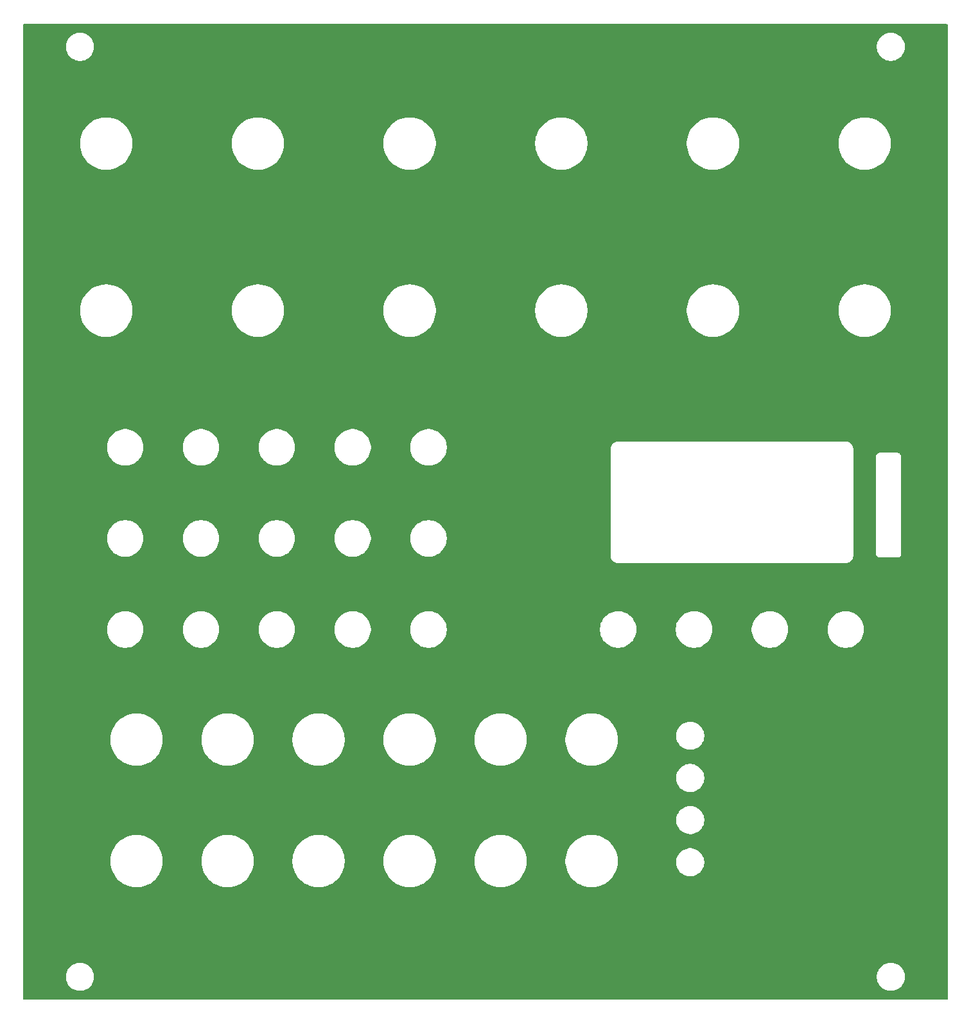
<source format=gbr>
%TF.GenerationSoftware,KiCad,Pcbnew,9.0.1*%
%TF.CreationDate,2025-05-16T12:10:17+01:00*%
%TF.ProjectId,dk2_05_panel,646b325f-3035-45f7-9061-6e656c2e6b69,rev?*%
%TF.SameCoordinates,Original*%
%TF.FileFunction,Copper,L2,Bot*%
%TF.FilePolarity,Positive*%
%FSLAX46Y46*%
G04 Gerber Fmt 4.6, Leading zero omitted, Abs format (unit mm)*
G04 Created by KiCad (PCBNEW 9.0.1) date 2025-05-16 12:10:17*
%MOMM*%
%LPD*%
G01*
G04 APERTURE LIST*
G04 APERTURE END LIST*
%TA.AperFunction,NonConductor*%
G36*
X190892539Y-29770185D02*
G01*
X190938294Y-29822989D01*
X190949500Y-29874500D01*
X190949500Y-158125500D01*
X190929815Y-158192539D01*
X190877011Y-158238294D01*
X190825500Y-158249500D01*
X69174500Y-158249500D01*
X69107461Y-158229815D01*
X69061706Y-158177011D01*
X69050500Y-158125500D01*
X69050500Y-155128711D01*
X74699500Y-155128711D01*
X74699500Y-155371288D01*
X74731161Y-155611785D01*
X74793947Y-155846104D01*
X74886773Y-156070205D01*
X74886776Y-156070212D01*
X75008064Y-156280289D01*
X75008066Y-156280292D01*
X75008067Y-156280293D01*
X75155733Y-156472736D01*
X75155739Y-156472743D01*
X75327256Y-156644260D01*
X75327262Y-156644265D01*
X75519711Y-156791936D01*
X75729788Y-156913224D01*
X75953900Y-157006054D01*
X76188211Y-157068838D01*
X76368586Y-157092584D01*
X76428711Y-157100500D01*
X76428712Y-157100500D01*
X76671289Y-157100500D01*
X76719388Y-157094167D01*
X76911789Y-157068838D01*
X77146100Y-157006054D01*
X77370212Y-156913224D01*
X77580289Y-156791936D01*
X77772738Y-156644265D01*
X77944265Y-156472738D01*
X78091936Y-156280289D01*
X78213224Y-156070212D01*
X78306054Y-155846100D01*
X78368838Y-155611789D01*
X78400500Y-155371288D01*
X78400500Y-155128712D01*
X78400500Y-155128711D01*
X181599500Y-155128711D01*
X181599500Y-155371288D01*
X181631161Y-155611785D01*
X181693947Y-155846104D01*
X181786773Y-156070205D01*
X181786776Y-156070212D01*
X181908064Y-156280289D01*
X181908066Y-156280292D01*
X181908067Y-156280293D01*
X182055733Y-156472736D01*
X182055739Y-156472743D01*
X182227256Y-156644260D01*
X182227262Y-156644265D01*
X182419711Y-156791936D01*
X182629788Y-156913224D01*
X182853900Y-157006054D01*
X183088211Y-157068838D01*
X183268586Y-157092584D01*
X183328711Y-157100500D01*
X183328712Y-157100500D01*
X183571289Y-157100500D01*
X183619388Y-157094167D01*
X183811789Y-157068838D01*
X184046100Y-157006054D01*
X184270212Y-156913224D01*
X184480289Y-156791936D01*
X184672738Y-156644265D01*
X184844265Y-156472738D01*
X184991936Y-156280289D01*
X185113224Y-156070212D01*
X185206054Y-155846100D01*
X185268838Y-155611789D01*
X185300500Y-155371288D01*
X185300500Y-155128712D01*
X185268838Y-154888211D01*
X185206054Y-154653900D01*
X185113224Y-154429788D01*
X184991936Y-154219711D01*
X184844265Y-154027262D01*
X184844260Y-154027256D01*
X184672743Y-153855739D01*
X184672736Y-153855733D01*
X184480293Y-153708067D01*
X184480292Y-153708066D01*
X184480289Y-153708064D01*
X184270212Y-153586776D01*
X184270205Y-153586773D01*
X184046104Y-153493947D01*
X183811785Y-153431161D01*
X183571289Y-153399500D01*
X183571288Y-153399500D01*
X183328712Y-153399500D01*
X183328711Y-153399500D01*
X183088214Y-153431161D01*
X182853895Y-153493947D01*
X182629794Y-153586773D01*
X182629785Y-153586777D01*
X182419706Y-153708067D01*
X182227263Y-153855733D01*
X182227256Y-153855739D01*
X182055739Y-154027256D01*
X182055733Y-154027263D01*
X181908067Y-154219706D01*
X181786777Y-154429785D01*
X181786773Y-154429794D01*
X181693947Y-154653895D01*
X181631161Y-154888214D01*
X181599500Y-155128711D01*
X78400500Y-155128711D01*
X78368838Y-154888211D01*
X78306054Y-154653900D01*
X78213224Y-154429788D01*
X78091936Y-154219711D01*
X77944265Y-154027262D01*
X77944260Y-154027256D01*
X77772743Y-153855739D01*
X77772736Y-153855733D01*
X77580293Y-153708067D01*
X77580292Y-153708066D01*
X77580289Y-153708064D01*
X77370212Y-153586776D01*
X77370205Y-153586773D01*
X77146104Y-153493947D01*
X76911785Y-153431161D01*
X76671289Y-153399500D01*
X76671288Y-153399500D01*
X76428712Y-153399500D01*
X76428711Y-153399500D01*
X76188214Y-153431161D01*
X75953895Y-153493947D01*
X75729794Y-153586773D01*
X75729785Y-153586777D01*
X75519706Y-153708067D01*
X75327263Y-153855733D01*
X75327256Y-153855739D01*
X75155739Y-154027256D01*
X75155733Y-154027263D01*
X75008067Y-154219706D01*
X74886777Y-154429785D01*
X74886773Y-154429794D01*
X74793947Y-154653895D01*
X74731161Y-154888214D01*
X74699500Y-155128711D01*
X69050500Y-155128711D01*
X69050500Y-139830491D01*
X80549500Y-139830491D01*
X80549500Y-140169508D01*
X80582729Y-140506901D01*
X80648870Y-140839410D01*
X80747284Y-141163841D01*
X80877024Y-141477060D01*
X80877026Y-141477065D01*
X81036831Y-141776039D01*
X81036842Y-141776057D01*
X81225184Y-142057930D01*
X81225194Y-142057944D01*
X81440269Y-142320014D01*
X81679985Y-142559730D01*
X81679990Y-142559734D01*
X81679991Y-142559735D01*
X81942061Y-142774810D01*
X82223949Y-142963162D01*
X82223958Y-142963167D01*
X82223960Y-142963168D01*
X82522934Y-143122973D01*
X82522936Y-143122973D01*
X82522942Y-143122977D01*
X82836160Y-143252716D01*
X83160586Y-143351129D01*
X83493096Y-143417270D01*
X83830488Y-143450500D01*
X83830491Y-143450500D01*
X84169509Y-143450500D01*
X84169512Y-143450500D01*
X84506904Y-143417270D01*
X84839414Y-143351129D01*
X85163840Y-143252716D01*
X85477058Y-143122977D01*
X85776051Y-142963162D01*
X86057939Y-142774810D01*
X86320009Y-142559735D01*
X86559735Y-142320009D01*
X86774810Y-142057939D01*
X86963162Y-141776051D01*
X87122977Y-141477058D01*
X87252716Y-141163840D01*
X87351129Y-140839414D01*
X87417270Y-140506904D01*
X87450500Y-140169512D01*
X87450500Y-139830491D01*
X92549500Y-139830491D01*
X92549500Y-140169508D01*
X92582729Y-140506901D01*
X92648870Y-140839410D01*
X92747284Y-141163841D01*
X92877024Y-141477060D01*
X92877026Y-141477065D01*
X93036831Y-141776039D01*
X93036842Y-141776057D01*
X93225184Y-142057930D01*
X93225194Y-142057944D01*
X93440269Y-142320014D01*
X93679985Y-142559730D01*
X93679990Y-142559734D01*
X93679991Y-142559735D01*
X93942061Y-142774810D01*
X94223949Y-142963162D01*
X94223958Y-142963167D01*
X94223960Y-142963168D01*
X94522934Y-143122973D01*
X94522936Y-143122973D01*
X94522942Y-143122977D01*
X94836160Y-143252716D01*
X95160586Y-143351129D01*
X95493096Y-143417270D01*
X95830488Y-143450500D01*
X95830491Y-143450500D01*
X96169509Y-143450500D01*
X96169512Y-143450500D01*
X96506904Y-143417270D01*
X96839414Y-143351129D01*
X97163840Y-143252716D01*
X97477058Y-143122977D01*
X97776051Y-142963162D01*
X98057939Y-142774810D01*
X98320009Y-142559735D01*
X98559735Y-142320009D01*
X98774810Y-142057939D01*
X98963162Y-141776051D01*
X99122977Y-141477058D01*
X99252716Y-141163840D01*
X99351129Y-140839414D01*
X99417270Y-140506904D01*
X99450500Y-140169512D01*
X99450500Y-139830491D01*
X104549500Y-139830491D01*
X104549500Y-140169508D01*
X104582729Y-140506901D01*
X104648870Y-140839410D01*
X104747284Y-141163841D01*
X104877024Y-141477060D01*
X104877026Y-141477065D01*
X105036831Y-141776039D01*
X105036842Y-141776057D01*
X105225184Y-142057930D01*
X105225194Y-142057944D01*
X105440269Y-142320014D01*
X105679985Y-142559730D01*
X105679990Y-142559734D01*
X105679991Y-142559735D01*
X105942061Y-142774810D01*
X106223949Y-142963162D01*
X106223958Y-142963167D01*
X106223960Y-142963168D01*
X106522934Y-143122973D01*
X106522936Y-143122973D01*
X106522942Y-143122977D01*
X106836160Y-143252716D01*
X107160586Y-143351129D01*
X107493096Y-143417270D01*
X107830488Y-143450500D01*
X107830491Y-143450500D01*
X108169509Y-143450500D01*
X108169512Y-143450500D01*
X108506904Y-143417270D01*
X108839414Y-143351129D01*
X109163840Y-143252716D01*
X109477058Y-143122977D01*
X109776051Y-142963162D01*
X110057939Y-142774810D01*
X110320009Y-142559735D01*
X110559735Y-142320009D01*
X110774810Y-142057939D01*
X110963162Y-141776051D01*
X111122977Y-141477058D01*
X111252716Y-141163840D01*
X111351129Y-140839414D01*
X111417270Y-140506904D01*
X111450500Y-140169512D01*
X111450500Y-139830491D01*
X116549500Y-139830491D01*
X116549500Y-140169508D01*
X116582729Y-140506901D01*
X116648870Y-140839410D01*
X116747284Y-141163841D01*
X116877024Y-141477060D01*
X116877026Y-141477065D01*
X117036831Y-141776039D01*
X117036842Y-141776057D01*
X117225184Y-142057930D01*
X117225194Y-142057944D01*
X117440269Y-142320014D01*
X117679985Y-142559730D01*
X117679990Y-142559734D01*
X117679991Y-142559735D01*
X117942061Y-142774810D01*
X118223949Y-142963162D01*
X118223958Y-142963167D01*
X118223960Y-142963168D01*
X118522934Y-143122973D01*
X118522936Y-143122973D01*
X118522942Y-143122977D01*
X118836160Y-143252716D01*
X119160586Y-143351129D01*
X119493096Y-143417270D01*
X119830488Y-143450500D01*
X119830491Y-143450500D01*
X120169509Y-143450500D01*
X120169512Y-143450500D01*
X120506904Y-143417270D01*
X120839414Y-143351129D01*
X121163840Y-143252716D01*
X121477058Y-143122977D01*
X121776051Y-142963162D01*
X122057939Y-142774810D01*
X122320009Y-142559735D01*
X122559735Y-142320009D01*
X122774810Y-142057939D01*
X122963162Y-141776051D01*
X123122977Y-141477058D01*
X123252716Y-141163840D01*
X123351129Y-140839414D01*
X123417270Y-140506904D01*
X123450500Y-140169512D01*
X123450500Y-139830491D01*
X128549500Y-139830491D01*
X128549500Y-140169508D01*
X128582729Y-140506901D01*
X128648870Y-140839410D01*
X128747284Y-141163841D01*
X128877024Y-141477060D01*
X128877026Y-141477065D01*
X129036831Y-141776039D01*
X129036842Y-141776057D01*
X129225184Y-142057930D01*
X129225194Y-142057944D01*
X129440269Y-142320014D01*
X129679985Y-142559730D01*
X129679990Y-142559734D01*
X129679991Y-142559735D01*
X129942061Y-142774810D01*
X130223949Y-142963162D01*
X130223958Y-142963167D01*
X130223960Y-142963168D01*
X130522934Y-143122973D01*
X130522936Y-143122973D01*
X130522942Y-143122977D01*
X130836160Y-143252716D01*
X131160586Y-143351129D01*
X131493096Y-143417270D01*
X131830488Y-143450500D01*
X131830491Y-143450500D01*
X132169509Y-143450500D01*
X132169512Y-143450500D01*
X132506904Y-143417270D01*
X132839414Y-143351129D01*
X133163840Y-143252716D01*
X133477058Y-143122977D01*
X133776051Y-142963162D01*
X134057939Y-142774810D01*
X134320009Y-142559735D01*
X134559735Y-142320009D01*
X134774810Y-142057939D01*
X134963162Y-141776051D01*
X135122977Y-141477058D01*
X135252716Y-141163840D01*
X135351129Y-140839414D01*
X135417270Y-140506904D01*
X135450500Y-140169512D01*
X135450500Y-139830491D01*
X140549500Y-139830491D01*
X140549500Y-140169508D01*
X140582729Y-140506901D01*
X140648870Y-140839410D01*
X140747284Y-141163841D01*
X140877024Y-141477060D01*
X140877026Y-141477065D01*
X141036831Y-141776039D01*
X141036842Y-141776057D01*
X141225184Y-142057930D01*
X141225194Y-142057944D01*
X141440269Y-142320014D01*
X141679985Y-142559730D01*
X141679990Y-142559734D01*
X141679991Y-142559735D01*
X141942061Y-142774810D01*
X142223949Y-142963162D01*
X142223958Y-142963167D01*
X142223960Y-142963168D01*
X142522934Y-143122973D01*
X142522936Y-143122973D01*
X142522942Y-143122977D01*
X142836160Y-143252716D01*
X143160586Y-143351129D01*
X143493096Y-143417270D01*
X143830488Y-143450500D01*
X143830491Y-143450500D01*
X144169509Y-143450500D01*
X144169512Y-143450500D01*
X144506904Y-143417270D01*
X144839414Y-143351129D01*
X145163840Y-143252716D01*
X145477058Y-143122977D01*
X145776051Y-142963162D01*
X146057939Y-142774810D01*
X146320009Y-142559735D01*
X146559735Y-142320009D01*
X146774810Y-142057939D01*
X146963162Y-141776051D01*
X147122977Y-141477058D01*
X147252716Y-141163840D01*
X147351129Y-140839414D01*
X147417270Y-140506904D01*
X147450500Y-140169512D01*
X147450500Y-140028711D01*
X155149500Y-140028711D01*
X155149500Y-140271288D01*
X155181161Y-140511785D01*
X155243947Y-140746104D01*
X155336773Y-140970205D01*
X155336776Y-140970212D01*
X155458064Y-141180289D01*
X155458066Y-141180292D01*
X155458067Y-141180293D01*
X155605733Y-141372736D01*
X155605739Y-141372743D01*
X155777256Y-141544260D01*
X155777262Y-141544265D01*
X155969711Y-141691936D01*
X156179788Y-141813224D01*
X156403900Y-141906054D01*
X156638211Y-141968838D01*
X156818586Y-141992584D01*
X156878711Y-142000500D01*
X156878712Y-142000500D01*
X157121289Y-142000500D01*
X157169388Y-141994167D01*
X157361789Y-141968838D01*
X157596100Y-141906054D01*
X157820212Y-141813224D01*
X158030289Y-141691936D01*
X158222738Y-141544265D01*
X158394265Y-141372738D01*
X158541936Y-141180289D01*
X158663224Y-140970212D01*
X158756054Y-140746100D01*
X158818838Y-140511789D01*
X158850500Y-140271288D01*
X158850500Y-140028712D01*
X158818838Y-139788211D01*
X158756054Y-139553900D01*
X158663224Y-139329788D01*
X158541936Y-139119711D01*
X158394265Y-138927262D01*
X158394260Y-138927256D01*
X158222743Y-138755739D01*
X158222736Y-138755733D01*
X158030293Y-138608067D01*
X158030292Y-138608066D01*
X158030289Y-138608064D01*
X157820212Y-138486776D01*
X157820205Y-138486773D01*
X157596104Y-138393947D01*
X157361785Y-138331161D01*
X157121289Y-138299500D01*
X157121288Y-138299500D01*
X156878712Y-138299500D01*
X156878711Y-138299500D01*
X156638214Y-138331161D01*
X156403895Y-138393947D01*
X156179794Y-138486773D01*
X156179785Y-138486777D01*
X155969706Y-138608067D01*
X155777263Y-138755733D01*
X155777256Y-138755739D01*
X155605739Y-138927256D01*
X155605733Y-138927263D01*
X155458067Y-139119706D01*
X155336777Y-139329785D01*
X155336773Y-139329794D01*
X155243947Y-139553895D01*
X155181161Y-139788214D01*
X155149500Y-140028711D01*
X147450500Y-140028711D01*
X147450500Y-139830488D01*
X147417270Y-139493096D01*
X147351129Y-139160586D01*
X147252716Y-138836160D01*
X147122977Y-138522942D01*
X147103646Y-138486777D01*
X146963168Y-138223960D01*
X146963167Y-138223958D01*
X146963162Y-138223949D01*
X146774810Y-137942061D01*
X146559735Y-137679991D01*
X146559734Y-137679990D01*
X146559730Y-137679985D01*
X146320014Y-137440269D01*
X146057944Y-137225194D01*
X146057943Y-137225193D01*
X146057939Y-137225190D01*
X145776051Y-137036838D01*
X145776046Y-137036835D01*
X145776039Y-137036831D01*
X145477065Y-136877026D01*
X145477060Y-136877024D01*
X145163841Y-136747284D01*
X144973382Y-136689509D01*
X144839414Y-136648871D01*
X144839411Y-136648870D01*
X144839410Y-136648870D01*
X144506901Y-136582729D01*
X144269199Y-136559318D01*
X144169512Y-136549500D01*
X143830488Y-136549500D01*
X143739738Y-136558437D01*
X143493098Y-136582729D01*
X143160589Y-136648870D01*
X142836158Y-136747284D01*
X142522939Y-136877024D01*
X142522934Y-136877026D01*
X142223960Y-137036831D01*
X142223942Y-137036842D01*
X141942069Y-137225184D01*
X141942055Y-137225194D01*
X141679985Y-137440269D01*
X141440269Y-137679985D01*
X141225194Y-137942055D01*
X141225184Y-137942069D01*
X141036842Y-138223942D01*
X141036831Y-138223960D01*
X140877026Y-138522934D01*
X140877024Y-138522939D01*
X140747284Y-138836158D01*
X140648870Y-139160589D01*
X140582729Y-139493098D01*
X140549500Y-139830491D01*
X135450500Y-139830491D01*
X135450500Y-139830488D01*
X135417270Y-139493096D01*
X135351129Y-139160586D01*
X135252716Y-138836160D01*
X135122977Y-138522942D01*
X135103646Y-138486777D01*
X134963168Y-138223960D01*
X134963167Y-138223958D01*
X134963162Y-138223949D01*
X134774810Y-137942061D01*
X134559735Y-137679991D01*
X134559734Y-137679990D01*
X134559730Y-137679985D01*
X134320014Y-137440269D01*
X134057944Y-137225194D01*
X134057943Y-137225193D01*
X134057939Y-137225190D01*
X133776051Y-137036838D01*
X133776046Y-137036835D01*
X133776039Y-137036831D01*
X133477065Y-136877026D01*
X133477060Y-136877024D01*
X133163841Y-136747284D01*
X132973382Y-136689509D01*
X132839414Y-136648871D01*
X132839411Y-136648870D01*
X132839410Y-136648870D01*
X132506901Y-136582729D01*
X132269199Y-136559318D01*
X132169512Y-136549500D01*
X131830488Y-136549500D01*
X131739738Y-136558437D01*
X131493098Y-136582729D01*
X131160589Y-136648870D01*
X130836158Y-136747284D01*
X130522939Y-136877024D01*
X130522934Y-136877026D01*
X130223960Y-137036831D01*
X130223942Y-137036842D01*
X129942069Y-137225184D01*
X129942055Y-137225194D01*
X129679985Y-137440269D01*
X129440269Y-137679985D01*
X129225194Y-137942055D01*
X129225184Y-137942069D01*
X129036842Y-138223942D01*
X129036831Y-138223960D01*
X128877026Y-138522934D01*
X128877024Y-138522939D01*
X128747284Y-138836158D01*
X128648870Y-139160589D01*
X128582729Y-139493098D01*
X128549500Y-139830491D01*
X123450500Y-139830491D01*
X123450500Y-139830488D01*
X123417270Y-139493096D01*
X123351129Y-139160586D01*
X123252716Y-138836160D01*
X123122977Y-138522942D01*
X123103646Y-138486777D01*
X122963168Y-138223960D01*
X122963167Y-138223958D01*
X122963162Y-138223949D01*
X122774810Y-137942061D01*
X122559735Y-137679991D01*
X122559734Y-137679990D01*
X122559730Y-137679985D01*
X122320014Y-137440269D01*
X122057944Y-137225194D01*
X122057943Y-137225193D01*
X122057939Y-137225190D01*
X121776051Y-137036838D01*
X121776046Y-137036835D01*
X121776039Y-137036831D01*
X121477065Y-136877026D01*
X121477060Y-136877024D01*
X121163841Y-136747284D01*
X120973382Y-136689509D01*
X120839414Y-136648871D01*
X120839411Y-136648870D01*
X120839410Y-136648870D01*
X120506901Y-136582729D01*
X120269199Y-136559318D01*
X120169512Y-136549500D01*
X119830488Y-136549500D01*
X119739738Y-136558437D01*
X119493098Y-136582729D01*
X119160589Y-136648870D01*
X118836158Y-136747284D01*
X118522939Y-136877024D01*
X118522934Y-136877026D01*
X118223960Y-137036831D01*
X118223942Y-137036842D01*
X117942069Y-137225184D01*
X117942055Y-137225194D01*
X117679985Y-137440269D01*
X117440269Y-137679985D01*
X117225194Y-137942055D01*
X117225184Y-137942069D01*
X117036842Y-138223942D01*
X117036831Y-138223960D01*
X116877026Y-138522934D01*
X116877024Y-138522939D01*
X116747284Y-138836158D01*
X116648870Y-139160589D01*
X116582729Y-139493098D01*
X116549500Y-139830491D01*
X111450500Y-139830491D01*
X111450500Y-139830488D01*
X111417270Y-139493096D01*
X111351129Y-139160586D01*
X111252716Y-138836160D01*
X111122977Y-138522942D01*
X111103646Y-138486777D01*
X110963168Y-138223960D01*
X110963167Y-138223958D01*
X110963162Y-138223949D01*
X110774810Y-137942061D01*
X110559735Y-137679991D01*
X110559734Y-137679990D01*
X110559730Y-137679985D01*
X110320014Y-137440269D01*
X110057944Y-137225194D01*
X110057943Y-137225193D01*
X110057939Y-137225190D01*
X109776051Y-137036838D01*
X109776046Y-137036835D01*
X109776039Y-137036831D01*
X109477065Y-136877026D01*
X109477060Y-136877024D01*
X109163841Y-136747284D01*
X108973382Y-136689509D01*
X108839414Y-136648871D01*
X108839411Y-136648870D01*
X108839410Y-136648870D01*
X108506901Y-136582729D01*
X108269199Y-136559318D01*
X108169512Y-136549500D01*
X107830488Y-136549500D01*
X107739738Y-136558437D01*
X107493098Y-136582729D01*
X107160589Y-136648870D01*
X106836158Y-136747284D01*
X106522939Y-136877024D01*
X106522934Y-136877026D01*
X106223960Y-137036831D01*
X106223942Y-137036842D01*
X105942069Y-137225184D01*
X105942055Y-137225194D01*
X105679985Y-137440269D01*
X105440269Y-137679985D01*
X105225194Y-137942055D01*
X105225184Y-137942069D01*
X105036842Y-138223942D01*
X105036831Y-138223960D01*
X104877026Y-138522934D01*
X104877024Y-138522939D01*
X104747284Y-138836158D01*
X104648870Y-139160589D01*
X104582729Y-139493098D01*
X104549500Y-139830491D01*
X99450500Y-139830491D01*
X99450500Y-139830488D01*
X99417270Y-139493096D01*
X99351129Y-139160586D01*
X99252716Y-138836160D01*
X99122977Y-138522942D01*
X99103646Y-138486777D01*
X98963168Y-138223960D01*
X98963167Y-138223958D01*
X98963162Y-138223949D01*
X98774810Y-137942061D01*
X98559735Y-137679991D01*
X98559734Y-137679990D01*
X98559730Y-137679985D01*
X98320014Y-137440269D01*
X98057944Y-137225194D01*
X98057943Y-137225193D01*
X98057939Y-137225190D01*
X97776051Y-137036838D01*
X97776046Y-137036835D01*
X97776039Y-137036831D01*
X97477065Y-136877026D01*
X97477060Y-136877024D01*
X97163841Y-136747284D01*
X96973382Y-136689509D01*
X96839414Y-136648871D01*
X96839411Y-136648870D01*
X96839410Y-136648870D01*
X96506901Y-136582729D01*
X96269199Y-136559318D01*
X96169512Y-136549500D01*
X95830488Y-136549500D01*
X95739738Y-136558437D01*
X95493098Y-136582729D01*
X95160589Y-136648870D01*
X94836158Y-136747284D01*
X94522939Y-136877024D01*
X94522934Y-136877026D01*
X94223960Y-137036831D01*
X94223942Y-137036842D01*
X93942069Y-137225184D01*
X93942055Y-137225194D01*
X93679985Y-137440269D01*
X93440269Y-137679985D01*
X93225194Y-137942055D01*
X93225184Y-137942069D01*
X93036842Y-138223942D01*
X93036831Y-138223960D01*
X92877026Y-138522934D01*
X92877024Y-138522939D01*
X92747284Y-138836158D01*
X92648870Y-139160589D01*
X92582729Y-139493098D01*
X92549500Y-139830491D01*
X87450500Y-139830491D01*
X87450500Y-139830488D01*
X87417270Y-139493096D01*
X87351129Y-139160586D01*
X87252716Y-138836160D01*
X87122977Y-138522942D01*
X87103646Y-138486777D01*
X86963168Y-138223960D01*
X86963167Y-138223958D01*
X86963162Y-138223949D01*
X86774810Y-137942061D01*
X86559735Y-137679991D01*
X86559734Y-137679990D01*
X86559730Y-137679985D01*
X86320014Y-137440269D01*
X86057944Y-137225194D01*
X86057943Y-137225193D01*
X86057939Y-137225190D01*
X85776051Y-137036838D01*
X85776046Y-137036835D01*
X85776039Y-137036831D01*
X85477065Y-136877026D01*
X85477060Y-136877024D01*
X85163841Y-136747284D01*
X84973382Y-136689509D01*
X84839414Y-136648871D01*
X84839411Y-136648870D01*
X84839410Y-136648870D01*
X84506901Y-136582729D01*
X84269199Y-136559318D01*
X84169512Y-136549500D01*
X83830488Y-136549500D01*
X83739738Y-136558437D01*
X83493098Y-136582729D01*
X83160589Y-136648870D01*
X82836158Y-136747284D01*
X82522939Y-136877024D01*
X82522934Y-136877026D01*
X82223960Y-137036831D01*
X82223942Y-137036842D01*
X81942069Y-137225184D01*
X81942055Y-137225194D01*
X81679985Y-137440269D01*
X81440269Y-137679985D01*
X81225194Y-137942055D01*
X81225184Y-137942069D01*
X81036842Y-138223942D01*
X81036831Y-138223960D01*
X80877026Y-138522934D01*
X80877024Y-138522939D01*
X80747284Y-138836158D01*
X80648870Y-139160589D01*
X80582729Y-139493098D01*
X80549500Y-139830491D01*
X69050500Y-139830491D01*
X69050500Y-134478711D01*
X155149500Y-134478711D01*
X155149500Y-134721288D01*
X155181161Y-134961785D01*
X155243947Y-135196104D01*
X155336773Y-135420205D01*
X155336776Y-135420212D01*
X155458064Y-135630289D01*
X155458066Y-135630292D01*
X155458067Y-135630293D01*
X155605733Y-135822736D01*
X155605739Y-135822743D01*
X155777256Y-135994260D01*
X155777262Y-135994265D01*
X155969711Y-136141936D01*
X156179788Y-136263224D01*
X156403900Y-136356054D01*
X156638211Y-136418838D01*
X156818586Y-136442584D01*
X156878711Y-136450500D01*
X156878712Y-136450500D01*
X157121289Y-136450500D01*
X157169388Y-136444167D01*
X157361789Y-136418838D01*
X157596100Y-136356054D01*
X157820212Y-136263224D01*
X158030289Y-136141936D01*
X158222738Y-135994265D01*
X158394265Y-135822738D01*
X158541936Y-135630289D01*
X158663224Y-135420212D01*
X158756054Y-135196100D01*
X158818838Y-134961789D01*
X158850500Y-134721288D01*
X158850500Y-134478712D01*
X158818838Y-134238211D01*
X158756054Y-134003900D01*
X158663224Y-133779788D01*
X158541936Y-133569711D01*
X158394265Y-133377262D01*
X158394260Y-133377256D01*
X158222743Y-133205739D01*
X158222736Y-133205733D01*
X158030293Y-133058067D01*
X158030292Y-133058066D01*
X158030289Y-133058064D01*
X157820212Y-132936776D01*
X157820205Y-132936773D01*
X157596104Y-132843947D01*
X157361785Y-132781161D01*
X157121289Y-132749500D01*
X157121288Y-132749500D01*
X156878712Y-132749500D01*
X156878711Y-132749500D01*
X156638214Y-132781161D01*
X156403895Y-132843947D01*
X156179794Y-132936773D01*
X156179785Y-132936777D01*
X155969706Y-133058067D01*
X155777263Y-133205733D01*
X155777256Y-133205739D01*
X155605739Y-133377256D01*
X155605733Y-133377263D01*
X155458067Y-133569706D01*
X155336777Y-133779785D01*
X155336773Y-133779794D01*
X155243947Y-134003895D01*
X155181161Y-134238214D01*
X155149500Y-134478711D01*
X69050500Y-134478711D01*
X69050500Y-128928711D01*
X155149500Y-128928711D01*
X155149500Y-129171288D01*
X155181161Y-129411785D01*
X155243947Y-129646104D01*
X155336773Y-129870205D01*
X155336776Y-129870212D01*
X155458064Y-130080289D01*
X155458066Y-130080292D01*
X155458067Y-130080293D01*
X155605733Y-130272736D01*
X155605739Y-130272743D01*
X155777256Y-130444260D01*
X155777262Y-130444265D01*
X155969711Y-130591936D01*
X156179788Y-130713224D01*
X156403900Y-130806054D01*
X156638211Y-130868838D01*
X156818586Y-130892584D01*
X156878711Y-130900500D01*
X156878712Y-130900500D01*
X157121289Y-130900500D01*
X157169388Y-130894167D01*
X157361789Y-130868838D01*
X157596100Y-130806054D01*
X157820212Y-130713224D01*
X158030289Y-130591936D01*
X158222738Y-130444265D01*
X158394265Y-130272738D01*
X158541936Y-130080289D01*
X158663224Y-129870212D01*
X158756054Y-129646100D01*
X158818838Y-129411789D01*
X158850500Y-129171288D01*
X158850500Y-128928712D01*
X158818838Y-128688211D01*
X158756054Y-128453900D01*
X158663224Y-128229788D01*
X158541936Y-128019711D01*
X158394265Y-127827262D01*
X158394260Y-127827256D01*
X158222743Y-127655739D01*
X158222736Y-127655733D01*
X158030293Y-127508067D01*
X158030292Y-127508066D01*
X158030289Y-127508064D01*
X157820212Y-127386776D01*
X157820205Y-127386773D01*
X157596104Y-127293947D01*
X157361785Y-127231161D01*
X157121289Y-127199500D01*
X157121288Y-127199500D01*
X156878712Y-127199500D01*
X156878711Y-127199500D01*
X156638214Y-127231161D01*
X156403895Y-127293947D01*
X156179794Y-127386773D01*
X156179785Y-127386777D01*
X155969706Y-127508067D01*
X155777263Y-127655733D01*
X155777256Y-127655739D01*
X155605739Y-127827256D01*
X155605733Y-127827263D01*
X155458067Y-128019706D01*
X155336777Y-128229785D01*
X155336773Y-128229794D01*
X155243947Y-128453895D01*
X155181161Y-128688214D01*
X155149500Y-128928711D01*
X69050500Y-128928711D01*
X69050500Y-123830491D01*
X80549500Y-123830491D01*
X80549500Y-124169508D01*
X80582729Y-124506901D01*
X80648870Y-124839410D01*
X80747284Y-125163841D01*
X80877024Y-125477060D01*
X80877026Y-125477065D01*
X81036831Y-125776039D01*
X81036842Y-125776057D01*
X81225184Y-126057930D01*
X81225194Y-126057944D01*
X81440269Y-126320014D01*
X81679985Y-126559730D01*
X81679990Y-126559734D01*
X81679991Y-126559735D01*
X81942061Y-126774810D01*
X82223949Y-126963162D01*
X82223958Y-126963167D01*
X82223960Y-126963168D01*
X82522934Y-127122973D01*
X82522936Y-127122973D01*
X82522942Y-127122977D01*
X82836160Y-127252716D01*
X83160586Y-127351129D01*
X83493096Y-127417270D01*
X83830488Y-127450500D01*
X83830491Y-127450500D01*
X84169509Y-127450500D01*
X84169512Y-127450500D01*
X84506904Y-127417270D01*
X84839414Y-127351129D01*
X85163840Y-127252716D01*
X85477058Y-127122977D01*
X85776051Y-126963162D01*
X86057939Y-126774810D01*
X86320009Y-126559735D01*
X86559735Y-126320009D01*
X86774810Y-126057939D01*
X86963162Y-125776051D01*
X87122977Y-125477058D01*
X87252716Y-125163840D01*
X87351129Y-124839414D01*
X87417270Y-124506904D01*
X87450500Y-124169512D01*
X87450500Y-123830491D01*
X92549500Y-123830491D01*
X92549500Y-124169508D01*
X92582729Y-124506901D01*
X92648870Y-124839410D01*
X92747284Y-125163841D01*
X92877024Y-125477060D01*
X92877026Y-125477065D01*
X93036831Y-125776039D01*
X93036842Y-125776057D01*
X93225184Y-126057930D01*
X93225194Y-126057944D01*
X93440269Y-126320014D01*
X93679985Y-126559730D01*
X93679990Y-126559734D01*
X93679991Y-126559735D01*
X93942061Y-126774810D01*
X94223949Y-126963162D01*
X94223958Y-126963167D01*
X94223960Y-126963168D01*
X94522934Y-127122973D01*
X94522936Y-127122973D01*
X94522942Y-127122977D01*
X94836160Y-127252716D01*
X95160586Y-127351129D01*
X95493096Y-127417270D01*
X95830488Y-127450500D01*
X95830491Y-127450500D01*
X96169509Y-127450500D01*
X96169512Y-127450500D01*
X96506904Y-127417270D01*
X96839414Y-127351129D01*
X97163840Y-127252716D01*
X97477058Y-127122977D01*
X97776051Y-126963162D01*
X98057939Y-126774810D01*
X98320009Y-126559735D01*
X98559735Y-126320009D01*
X98774810Y-126057939D01*
X98963162Y-125776051D01*
X99122977Y-125477058D01*
X99252716Y-125163840D01*
X99351129Y-124839414D01*
X99417270Y-124506904D01*
X99450500Y-124169512D01*
X99450500Y-123830491D01*
X104549500Y-123830491D01*
X104549500Y-124169508D01*
X104582729Y-124506901D01*
X104648870Y-124839410D01*
X104747284Y-125163841D01*
X104877024Y-125477060D01*
X104877026Y-125477065D01*
X105036831Y-125776039D01*
X105036842Y-125776057D01*
X105225184Y-126057930D01*
X105225194Y-126057944D01*
X105440269Y-126320014D01*
X105679985Y-126559730D01*
X105679990Y-126559734D01*
X105679991Y-126559735D01*
X105942061Y-126774810D01*
X106223949Y-126963162D01*
X106223958Y-126963167D01*
X106223960Y-126963168D01*
X106522934Y-127122973D01*
X106522936Y-127122973D01*
X106522942Y-127122977D01*
X106836160Y-127252716D01*
X107160586Y-127351129D01*
X107493096Y-127417270D01*
X107830488Y-127450500D01*
X107830491Y-127450500D01*
X108169509Y-127450500D01*
X108169512Y-127450500D01*
X108506904Y-127417270D01*
X108839414Y-127351129D01*
X109163840Y-127252716D01*
X109477058Y-127122977D01*
X109776051Y-126963162D01*
X110057939Y-126774810D01*
X110320009Y-126559735D01*
X110559735Y-126320009D01*
X110774810Y-126057939D01*
X110963162Y-125776051D01*
X111122977Y-125477058D01*
X111252716Y-125163840D01*
X111351129Y-124839414D01*
X111417270Y-124506904D01*
X111450500Y-124169512D01*
X111450500Y-123830491D01*
X116549500Y-123830491D01*
X116549500Y-124169508D01*
X116582729Y-124506901D01*
X116648870Y-124839410D01*
X116747284Y-125163841D01*
X116877024Y-125477060D01*
X116877026Y-125477065D01*
X117036831Y-125776039D01*
X117036842Y-125776057D01*
X117225184Y-126057930D01*
X117225194Y-126057944D01*
X117440269Y-126320014D01*
X117679985Y-126559730D01*
X117679990Y-126559734D01*
X117679991Y-126559735D01*
X117942061Y-126774810D01*
X118223949Y-126963162D01*
X118223958Y-126963167D01*
X118223960Y-126963168D01*
X118522934Y-127122973D01*
X118522936Y-127122973D01*
X118522942Y-127122977D01*
X118836160Y-127252716D01*
X119160586Y-127351129D01*
X119493096Y-127417270D01*
X119830488Y-127450500D01*
X119830491Y-127450500D01*
X120169509Y-127450500D01*
X120169512Y-127450500D01*
X120506904Y-127417270D01*
X120839414Y-127351129D01*
X121163840Y-127252716D01*
X121477058Y-127122977D01*
X121776051Y-126963162D01*
X122057939Y-126774810D01*
X122320009Y-126559735D01*
X122559735Y-126320009D01*
X122774810Y-126057939D01*
X122963162Y-125776051D01*
X123122977Y-125477058D01*
X123252716Y-125163840D01*
X123351129Y-124839414D01*
X123417270Y-124506904D01*
X123450500Y-124169512D01*
X123450500Y-123830491D01*
X128549500Y-123830491D01*
X128549500Y-124169508D01*
X128582729Y-124506901D01*
X128648870Y-124839410D01*
X128747284Y-125163841D01*
X128877024Y-125477060D01*
X128877026Y-125477065D01*
X129036831Y-125776039D01*
X129036842Y-125776057D01*
X129225184Y-126057930D01*
X129225194Y-126057944D01*
X129440269Y-126320014D01*
X129679985Y-126559730D01*
X129679990Y-126559734D01*
X129679991Y-126559735D01*
X129942061Y-126774810D01*
X130223949Y-126963162D01*
X130223958Y-126963167D01*
X130223960Y-126963168D01*
X130522934Y-127122973D01*
X130522936Y-127122973D01*
X130522942Y-127122977D01*
X130836160Y-127252716D01*
X131160586Y-127351129D01*
X131493096Y-127417270D01*
X131830488Y-127450500D01*
X131830491Y-127450500D01*
X132169509Y-127450500D01*
X132169512Y-127450500D01*
X132506904Y-127417270D01*
X132839414Y-127351129D01*
X133163840Y-127252716D01*
X133477058Y-127122977D01*
X133776051Y-126963162D01*
X134057939Y-126774810D01*
X134320009Y-126559735D01*
X134559735Y-126320009D01*
X134774810Y-126057939D01*
X134963162Y-125776051D01*
X135122977Y-125477058D01*
X135252716Y-125163840D01*
X135351129Y-124839414D01*
X135417270Y-124506904D01*
X135450500Y-124169512D01*
X135450500Y-123830491D01*
X140549500Y-123830491D01*
X140549500Y-124169508D01*
X140582729Y-124506901D01*
X140648870Y-124839410D01*
X140747284Y-125163841D01*
X140877024Y-125477060D01*
X140877026Y-125477065D01*
X141036831Y-125776039D01*
X141036842Y-125776057D01*
X141225184Y-126057930D01*
X141225194Y-126057944D01*
X141440269Y-126320014D01*
X141679985Y-126559730D01*
X141679990Y-126559734D01*
X141679991Y-126559735D01*
X141942061Y-126774810D01*
X142223949Y-126963162D01*
X142223958Y-126963167D01*
X142223960Y-126963168D01*
X142522934Y-127122973D01*
X142522936Y-127122973D01*
X142522942Y-127122977D01*
X142836160Y-127252716D01*
X143160586Y-127351129D01*
X143493096Y-127417270D01*
X143830488Y-127450500D01*
X143830491Y-127450500D01*
X144169509Y-127450500D01*
X144169512Y-127450500D01*
X144506904Y-127417270D01*
X144839414Y-127351129D01*
X145163840Y-127252716D01*
X145477058Y-127122977D01*
X145776051Y-126963162D01*
X146057939Y-126774810D01*
X146320009Y-126559735D01*
X146559735Y-126320009D01*
X146774810Y-126057939D01*
X146963162Y-125776051D01*
X147122977Y-125477058D01*
X147252716Y-125163840D01*
X147351129Y-124839414D01*
X147417270Y-124506904D01*
X147450500Y-124169512D01*
X147450500Y-123830488D01*
X147417270Y-123493096D01*
X147394517Y-123378711D01*
X155149500Y-123378711D01*
X155149500Y-123621288D01*
X155181161Y-123861785D01*
X155243947Y-124096104D01*
X155274354Y-124169512D01*
X155336776Y-124320212D01*
X155458064Y-124530289D01*
X155458066Y-124530292D01*
X155458067Y-124530293D01*
X155605733Y-124722736D01*
X155605739Y-124722743D01*
X155777256Y-124894260D01*
X155777262Y-124894265D01*
X155969711Y-125041936D01*
X156179788Y-125163224D01*
X156403900Y-125256054D01*
X156638211Y-125318838D01*
X156818586Y-125342584D01*
X156878711Y-125350500D01*
X156878712Y-125350500D01*
X157121289Y-125350500D01*
X157169388Y-125344167D01*
X157361789Y-125318838D01*
X157596100Y-125256054D01*
X157820212Y-125163224D01*
X158030289Y-125041936D01*
X158222738Y-124894265D01*
X158394265Y-124722738D01*
X158541936Y-124530289D01*
X158663224Y-124320212D01*
X158756054Y-124096100D01*
X158818838Y-123861789D01*
X158850500Y-123621288D01*
X158850500Y-123378712D01*
X158818838Y-123138211D01*
X158756054Y-122903900D01*
X158663224Y-122679788D01*
X158541936Y-122469711D01*
X158394265Y-122277262D01*
X158394260Y-122277256D01*
X158222743Y-122105739D01*
X158222736Y-122105733D01*
X158030293Y-121958067D01*
X158030292Y-121958066D01*
X158030289Y-121958064D01*
X157820212Y-121836776D01*
X157820205Y-121836773D01*
X157596104Y-121743947D01*
X157361785Y-121681161D01*
X157121289Y-121649500D01*
X157121288Y-121649500D01*
X156878712Y-121649500D01*
X156878711Y-121649500D01*
X156638214Y-121681161D01*
X156403895Y-121743947D01*
X156179794Y-121836773D01*
X156179785Y-121836777D01*
X155969706Y-121958067D01*
X155777263Y-122105733D01*
X155777256Y-122105739D01*
X155605739Y-122277256D01*
X155605733Y-122277263D01*
X155458067Y-122469706D01*
X155336777Y-122679785D01*
X155336773Y-122679794D01*
X155243947Y-122903895D01*
X155181161Y-123138214D01*
X155149500Y-123378711D01*
X147394517Y-123378711D01*
X147351129Y-123160586D01*
X147252716Y-122836160D01*
X147122977Y-122522942D01*
X147094524Y-122469711D01*
X146963168Y-122223960D01*
X146963167Y-122223958D01*
X146963162Y-122223949D01*
X146774810Y-121942061D01*
X146559735Y-121679991D01*
X146559734Y-121679990D01*
X146559730Y-121679985D01*
X146320014Y-121440269D01*
X146057944Y-121225194D01*
X146057943Y-121225193D01*
X146057939Y-121225190D01*
X145776051Y-121036838D01*
X145776046Y-121036835D01*
X145776039Y-121036831D01*
X145477065Y-120877026D01*
X145477060Y-120877024D01*
X145163841Y-120747284D01*
X144973382Y-120689509D01*
X144839414Y-120648871D01*
X144839411Y-120648870D01*
X144839410Y-120648870D01*
X144506901Y-120582729D01*
X144269199Y-120559318D01*
X144169512Y-120549500D01*
X143830488Y-120549500D01*
X143739738Y-120558437D01*
X143493098Y-120582729D01*
X143160589Y-120648870D01*
X142836158Y-120747284D01*
X142522939Y-120877024D01*
X142522934Y-120877026D01*
X142223960Y-121036831D01*
X142223942Y-121036842D01*
X141942069Y-121225184D01*
X141942055Y-121225194D01*
X141679985Y-121440269D01*
X141440269Y-121679985D01*
X141225194Y-121942055D01*
X141225184Y-121942069D01*
X141036842Y-122223942D01*
X141036831Y-122223960D01*
X140877026Y-122522934D01*
X140877024Y-122522939D01*
X140747284Y-122836158D01*
X140648870Y-123160589D01*
X140582729Y-123493098D01*
X140549500Y-123830491D01*
X135450500Y-123830491D01*
X135450500Y-123830488D01*
X135417270Y-123493096D01*
X135351129Y-123160586D01*
X135252716Y-122836160D01*
X135122977Y-122522942D01*
X135094524Y-122469711D01*
X134963168Y-122223960D01*
X134963167Y-122223958D01*
X134963162Y-122223949D01*
X134774810Y-121942061D01*
X134559735Y-121679991D01*
X134559734Y-121679990D01*
X134559730Y-121679985D01*
X134320014Y-121440269D01*
X134057944Y-121225194D01*
X134057943Y-121225193D01*
X134057939Y-121225190D01*
X133776051Y-121036838D01*
X133776046Y-121036835D01*
X133776039Y-121036831D01*
X133477065Y-120877026D01*
X133477060Y-120877024D01*
X133163841Y-120747284D01*
X132973382Y-120689509D01*
X132839414Y-120648871D01*
X132839411Y-120648870D01*
X132839410Y-120648870D01*
X132506901Y-120582729D01*
X132269199Y-120559318D01*
X132169512Y-120549500D01*
X131830488Y-120549500D01*
X131739738Y-120558437D01*
X131493098Y-120582729D01*
X131160589Y-120648870D01*
X130836158Y-120747284D01*
X130522939Y-120877024D01*
X130522934Y-120877026D01*
X130223960Y-121036831D01*
X130223942Y-121036842D01*
X129942069Y-121225184D01*
X129942055Y-121225194D01*
X129679985Y-121440269D01*
X129440269Y-121679985D01*
X129225194Y-121942055D01*
X129225184Y-121942069D01*
X129036842Y-122223942D01*
X129036831Y-122223960D01*
X128877026Y-122522934D01*
X128877024Y-122522939D01*
X128747284Y-122836158D01*
X128648870Y-123160589D01*
X128582729Y-123493098D01*
X128549500Y-123830491D01*
X123450500Y-123830491D01*
X123450500Y-123830488D01*
X123417270Y-123493096D01*
X123351129Y-123160586D01*
X123252716Y-122836160D01*
X123122977Y-122522942D01*
X123094524Y-122469711D01*
X122963168Y-122223960D01*
X122963167Y-122223958D01*
X122963162Y-122223949D01*
X122774810Y-121942061D01*
X122559735Y-121679991D01*
X122559734Y-121679990D01*
X122559730Y-121679985D01*
X122320014Y-121440269D01*
X122057944Y-121225194D01*
X122057943Y-121225193D01*
X122057939Y-121225190D01*
X121776051Y-121036838D01*
X121776046Y-121036835D01*
X121776039Y-121036831D01*
X121477065Y-120877026D01*
X121477060Y-120877024D01*
X121163841Y-120747284D01*
X120973382Y-120689509D01*
X120839414Y-120648871D01*
X120839411Y-120648870D01*
X120839410Y-120648870D01*
X120506901Y-120582729D01*
X120269199Y-120559318D01*
X120169512Y-120549500D01*
X119830488Y-120549500D01*
X119739738Y-120558437D01*
X119493098Y-120582729D01*
X119160589Y-120648870D01*
X118836158Y-120747284D01*
X118522939Y-120877024D01*
X118522934Y-120877026D01*
X118223960Y-121036831D01*
X118223942Y-121036842D01*
X117942069Y-121225184D01*
X117942055Y-121225194D01*
X117679985Y-121440269D01*
X117440269Y-121679985D01*
X117225194Y-121942055D01*
X117225184Y-121942069D01*
X117036842Y-122223942D01*
X117036831Y-122223960D01*
X116877026Y-122522934D01*
X116877024Y-122522939D01*
X116747284Y-122836158D01*
X116648870Y-123160589D01*
X116582729Y-123493098D01*
X116549500Y-123830491D01*
X111450500Y-123830491D01*
X111450500Y-123830488D01*
X111417270Y-123493096D01*
X111351129Y-123160586D01*
X111252716Y-122836160D01*
X111122977Y-122522942D01*
X111094524Y-122469711D01*
X110963168Y-122223960D01*
X110963167Y-122223958D01*
X110963162Y-122223949D01*
X110774810Y-121942061D01*
X110559735Y-121679991D01*
X110559734Y-121679990D01*
X110559730Y-121679985D01*
X110320014Y-121440269D01*
X110057944Y-121225194D01*
X110057943Y-121225193D01*
X110057939Y-121225190D01*
X109776051Y-121036838D01*
X109776046Y-121036835D01*
X109776039Y-121036831D01*
X109477065Y-120877026D01*
X109477060Y-120877024D01*
X109163841Y-120747284D01*
X108973382Y-120689509D01*
X108839414Y-120648871D01*
X108839411Y-120648870D01*
X108839410Y-120648870D01*
X108506901Y-120582729D01*
X108269199Y-120559318D01*
X108169512Y-120549500D01*
X107830488Y-120549500D01*
X107739738Y-120558437D01*
X107493098Y-120582729D01*
X107160589Y-120648870D01*
X106836158Y-120747284D01*
X106522939Y-120877024D01*
X106522934Y-120877026D01*
X106223960Y-121036831D01*
X106223942Y-121036842D01*
X105942069Y-121225184D01*
X105942055Y-121225194D01*
X105679985Y-121440269D01*
X105440269Y-121679985D01*
X105225194Y-121942055D01*
X105225184Y-121942069D01*
X105036842Y-122223942D01*
X105036831Y-122223960D01*
X104877026Y-122522934D01*
X104877024Y-122522939D01*
X104747284Y-122836158D01*
X104648870Y-123160589D01*
X104582729Y-123493098D01*
X104549500Y-123830491D01*
X99450500Y-123830491D01*
X99450500Y-123830488D01*
X99417270Y-123493096D01*
X99351129Y-123160586D01*
X99252716Y-122836160D01*
X99122977Y-122522942D01*
X99094524Y-122469711D01*
X98963168Y-122223960D01*
X98963167Y-122223958D01*
X98963162Y-122223949D01*
X98774810Y-121942061D01*
X98559735Y-121679991D01*
X98559734Y-121679990D01*
X98559730Y-121679985D01*
X98320014Y-121440269D01*
X98057944Y-121225194D01*
X98057943Y-121225193D01*
X98057939Y-121225190D01*
X97776051Y-121036838D01*
X97776046Y-121036835D01*
X97776039Y-121036831D01*
X97477065Y-120877026D01*
X97477060Y-120877024D01*
X97163841Y-120747284D01*
X96973382Y-120689509D01*
X96839414Y-120648871D01*
X96839411Y-120648870D01*
X96839410Y-120648870D01*
X96506901Y-120582729D01*
X96269199Y-120559318D01*
X96169512Y-120549500D01*
X95830488Y-120549500D01*
X95739738Y-120558437D01*
X95493098Y-120582729D01*
X95160589Y-120648870D01*
X94836158Y-120747284D01*
X94522939Y-120877024D01*
X94522934Y-120877026D01*
X94223960Y-121036831D01*
X94223942Y-121036842D01*
X93942069Y-121225184D01*
X93942055Y-121225194D01*
X93679985Y-121440269D01*
X93440269Y-121679985D01*
X93225194Y-121942055D01*
X93225184Y-121942069D01*
X93036842Y-122223942D01*
X93036831Y-122223960D01*
X92877026Y-122522934D01*
X92877024Y-122522939D01*
X92747284Y-122836158D01*
X92648870Y-123160589D01*
X92582729Y-123493098D01*
X92549500Y-123830491D01*
X87450500Y-123830491D01*
X87450500Y-123830488D01*
X87417270Y-123493096D01*
X87351129Y-123160586D01*
X87252716Y-122836160D01*
X87122977Y-122522942D01*
X87094524Y-122469711D01*
X86963168Y-122223960D01*
X86963167Y-122223958D01*
X86963162Y-122223949D01*
X86774810Y-121942061D01*
X86559735Y-121679991D01*
X86559734Y-121679990D01*
X86559730Y-121679985D01*
X86320014Y-121440269D01*
X86057944Y-121225194D01*
X86057943Y-121225193D01*
X86057939Y-121225190D01*
X85776051Y-121036838D01*
X85776046Y-121036835D01*
X85776039Y-121036831D01*
X85477065Y-120877026D01*
X85477060Y-120877024D01*
X85163841Y-120747284D01*
X84973382Y-120689509D01*
X84839414Y-120648871D01*
X84839411Y-120648870D01*
X84839410Y-120648870D01*
X84506901Y-120582729D01*
X84269199Y-120559318D01*
X84169512Y-120549500D01*
X83830488Y-120549500D01*
X83739738Y-120558437D01*
X83493098Y-120582729D01*
X83160589Y-120648870D01*
X82836158Y-120747284D01*
X82522939Y-120877024D01*
X82522934Y-120877026D01*
X82223960Y-121036831D01*
X82223942Y-121036842D01*
X81942069Y-121225184D01*
X81942055Y-121225194D01*
X81679985Y-121440269D01*
X81440269Y-121679985D01*
X81225194Y-121942055D01*
X81225184Y-121942069D01*
X81036842Y-122223942D01*
X81036831Y-122223960D01*
X80877026Y-122522934D01*
X80877024Y-122522939D01*
X80747284Y-122836158D01*
X80648870Y-123160589D01*
X80582729Y-123493098D01*
X80549500Y-123830491D01*
X69050500Y-123830491D01*
X69050500Y-109365186D01*
X80099500Y-109365186D01*
X80099500Y-109634813D01*
X80129686Y-109902719D01*
X80129688Y-109902731D01*
X80189684Y-110165594D01*
X80189687Y-110165602D01*
X80278734Y-110420082D01*
X80395714Y-110662994D01*
X80395716Y-110662997D01*
X80539162Y-110891289D01*
X80707266Y-111102085D01*
X80897915Y-111292734D01*
X81108711Y-111460838D01*
X81337003Y-111604284D01*
X81579921Y-111721267D01*
X81771049Y-111788145D01*
X81834397Y-111810312D01*
X81834405Y-111810315D01*
X81834408Y-111810315D01*
X81834409Y-111810316D01*
X82097268Y-111870312D01*
X82365187Y-111900499D01*
X82365188Y-111900500D01*
X82365191Y-111900500D01*
X82634812Y-111900500D01*
X82634812Y-111900499D01*
X82902732Y-111870312D01*
X83165591Y-111810316D01*
X83420079Y-111721267D01*
X83662997Y-111604284D01*
X83891289Y-111460838D01*
X84102085Y-111292734D01*
X84292734Y-111102085D01*
X84460838Y-110891289D01*
X84604284Y-110662997D01*
X84721267Y-110420079D01*
X84810316Y-110165591D01*
X84870312Y-109902732D01*
X84900500Y-109634809D01*
X84900500Y-109365191D01*
X84900499Y-109365186D01*
X90099500Y-109365186D01*
X90099500Y-109634813D01*
X90129686Y-109902719D01*
X90129688Y-109902731D01*
X90189684Y-110165594D01*
X90189687Y-110165602D01*
X90278734Y-110420082D01*
X90395714Y-110662994D01*
X90395716Y-110662997D01*
X90539162Y-110891289D01*
X90707266Y-111102085D01*
X90897915Y-111292734D01*
X91108711Y-111460838D01*
X91337003Y-111604284D01*
X91579921Y-111721267D01*
X91771049Y-111788145D01*
X91834397Y-111810312D01*
X91834405Y-111810315D01*
X91834408Y-111810315D01*
X91834409Y-111810316D01*
X92097268Y-111870312D01*
X92365187Y-111900499D01*
X92365188Y-111900500D01*
X92365191Y-111900500D01*
X92634812Y-111900500D01*
X92634812Y-111900499D01*
X92902732Y-111870312D01*
X93165591Y-111810316D01*
X93420079Y-111721267D01*
X93662997Y-111604284D01*
X93891289Y-111460838D01*
X94102085Y-111292734D01*
X94292734Y-111102085D01*
X94460838Y-110891289D01*
X94604284Y-110662997D01*
X94721267Y-110420079D01*
X94810316Y-110165591D01*
X94870312Y-109902732D01*
X94900500Y-109634809D01*
X94900500Y-109365191D01*
X94900499Y-109365186D01*
X100099500Y-109365186D01*
X100099500Y-109634813D01*
X100129686Y-109902719D01*
X100129688Y-109902731D01*
X100189684Y-110165594D01*
X100189687Y-110165602D01*
X100278734Y-110420082D01*
X100395714Y-110662994D01*
X100395716Y-110662997D01*
X100539162Y-110891289D01*
X100707266Y-111102085D01*
X100897915Y-111292734D01*
X101108711Y-111460838D01*
X101337003Y-111604284D01*
X101579921Y-111721267D01*
X101771049Y-111788145D01*
X101834397Y-111810312D01*
X101834405Y-111810315D01*
X101834408Y-111810315D01*
X101834409Y-111810316D01*
X102097268Y-111870312D01*
X102365187Y-111900499D01*
X102365188Y-111900500D01*
X102365191Y-111900500D01*
X102634812Y-111900500D01*
X102634812Y-111900499D01*
X102902732Y-111870312D01*
X103165591Y-111810316D01*
X103420079Y-111721267D01*
X103662997Y-111604284D01*
X103891289Y-111460838D01*
X104102085Y-111292734D01*
X104292734Y-111102085D01*
X104460838Y-110891289D01*
X104604284Y-110662997D01*
X104721267Y-110420079D01*
X104810316Y-110165591D01*
X104870312Y-109902732D01*
X104900500Y-109634809D01*
X104900500Y-109365191D01*
X104900499Y-109365186D01*
X110099500Y-109365186D01*
X110099500Y-109634813D01*
X110129686Y-109902719D01*
X110129688Y-109902731D01*
X110189684Y-110165594D01*
X110189687Y-110165602D01*
X110278734Y-110420082D01*
X110395714Y-110662994D01*
X110395716Y-110662997D01*
X110539162Y-110891289D01*
X110707266Y-111102085D01*
X110897915Y-111292734D01*
X111108711Y-111460838D01*
X111337003Y-111604284D01*
X111579921Y-111721267D01*
X111771049Y-111788145D01*
X111834397Y-111810312D01*
X111834405Y-111810315D01*
X111834408Y-111810315D01*
X111834409Y-111810316D01*
X112097268Y-111870312D01*
X112365187Y-111900499D01*
X112365188Y-111900500D01*
X112365191Y-111900500D01*
X112634812Y-111900500D01*
X112634812Y-111900499D01*
X112902732Y-111870312D01*
X113165591Y-111810316D01*
X113420079Y-111721267D01*
X113662997Y-111604284D01*
X113891289Y-111460838D01*
X114102085Y-111292734D01*
X114292734Y-111102085D01*
X114460838Y-110891289D01*
X114604284Y-110662997D01*
X114721267Y-110420079D01*
X114810316Y-110165591D01*
X114870312Y-109902732D01*
X114900500Y-109634809D01*
X114900500Y-109365191D01*
X114900499Y-109365186D01*
X120099500Y-109365186D01*
X120099500Y-109634813D01*
X120129686Y-109902719D01*
X120129688Y-109902731D01*
X120189684Y-110165594D01*
X120189687Y-110165602D01*
X120278734Y-110420082D01*
X120395714Y-110662994D01*
X120395716Y-110662997D01*
X120539162Y-110891289D01*
X120707266Y-111102085D01*
X120897915Y-111292734D01*
X121108711Y-111460838D01*
X121337003Y-111604284D01*
X121579921Y-111721267D01*
X121771049Y-111788145D01*
X121834397Y-111810312D01*
X121834405Y-111810315D01*
X121834408Y-111810315D01*
X121834409Y-111810316D01*
X122097268Y-111870312D01*
X122365187Y-111900499D01*
X122365188Y-111900500D01*
X122365191Y-111900500D01*
X122634812Y-111900500D01*
X122634812Y-111900499D01*
X122902732Y-111870312D01*
X123165591Y-111810316D01*
X123420079Y-111721267D01*
X123662997Y-111604284D01*
X123891289Y-111460838D01*
X124102085Y-111292734D01*
X124292734Y-111102085D01*
X124460838Y-110891289D01*
X124604284Y-110662997D01*
X124721267Y-110420079D01*
X124810316Y-110165591D01*
X124870312Y-109902732D01*
X124900500Y-109634809D01*
X124900500Y-109365191D01*
X124900499Y-109365186D01*
X145099500Y-109365186D01*
X145099500Y-109634813D01*
X145129686Y-109902719D01*
X145129688Y-109902731D01*
X145189684Y-110165594D01*
X145189687Y-110165602D01*
X145278734Y-110420082D01*
X145395714Y-110662994D01*
X145395716Y-110662997D01*
X145539162Y-110891289D01*
X145707266Y-111102085D01*
X145897915Y-111292734D01*
X146108711Y-111460838D01*
X146337003Y-111604284D01*
X146579921Y-111721267D01*
X146771049Y-111788145D01*
X146834397Y-111810312D01*
X146834405Y-111810315D01*
X146834408Y-111810315D01*
X146834409Y-111810316D01*
X147097268Y-111870312D01*
X147365187Y-111900499D01*
X147365188Y-111900500D01*
X147365191Y-111900500D01*
X147634812Y-111900500D01*
X147634812Y-111900499D01*
X147902732Y-111870312D01*
X148165591Y-111810316D01*
X148420079Y-111721267D01*
X148662997Y-111604284D01*
X148891289Y-111460838D01*
X149102085Y-111292734D01*
X149292734Y-111102085D01*
X149460838Y-110891289D01*
X149604284Y-110662997D01*
X149721267Y-110420079D01*
X149810316Y-110165591D01*
X149870312Y-109902732D01*
X149900500Y-109634809D01*
X149900500Y-109365191D01*
X149900499Y-109365186D01*
X155099500Y-109365186D01*
X155099500Y-109634813D01*
X155129686Y-109902719D01*
X155129688Y-109902731D01*
X155189684Y-110165594D01*
X155189687Y-110165602D01*
X155278734Y-110420082D01*
X155395714Y-110662994D01*
X155395716Y-110662997D01*
X155539162Y-110891289D01*
X155707266Y-111102085D01*
X155897915Y-111292734D01*
X156108711Y-111460838D01*
X156337003Y-111604284D01*
X156579921Y-111721267D01*
X156771049Y-111788145D01*
X156834397Y-111810312D01*
X156834405Y-111810315D01*
X156834408Y-111810315D01*
X156834409Y-111810316D01*
X157097268Y-111870312D01*
X157365187Y-111900499D01*
X157365188Y-111900500D01*
X157365191Y-111900500D01*
X157634812Y-111900500D01*
X157634812Y-111900499D01*
X157902732Y-111870312D01*
X158165591Y-111810316D01*
X158420079Y-111721267D01*
X158662997Y-111604284D01*
X158891289Y-111460838D01*
X159102085Y-111292734D01*
X159292734Y-111102085D01*
X159460838Y-110891289D01*
X159604284Y-110662997D01*
X159721267Y-110420079D01*
X159810316Y-110165591D01*
X159870312Y-109902732D01*
X159900500Y-109634809D01*
X159900500Y-109365191D01*
X159900499Y-109365186D01*
X165099500Y-109365186D01*
X165099500Y-109634813D01*
X165129686Y-109902719D01*
X165129688Y-109902731D01*
X165189684Y-110165594D01*
X165189687Y-110165602D01*
X165278734Y-110420082D01*
X165395714Y-110662994D01*
X165395716Y-110662997D01*
X165539162Y-110891289D01*
X165707266Y-111102085D01*
X165897915Y-111292734D01*
X166108711Y-111460838D01*
X166337003Y-111604284D01*
X166579921Y-111721267D01*
X166771049Y-111788145D01*
X166834397Y-111810312D01*
X166834405Y-111810315D01*
X166834408Y-111810315D01*
X166834409Y-111810316D01*
X167097268Y-111870312D01*
X167365187Y-111900499D01*
X167365188Y-111900500D01*
X167365191Y-111900500D01*
X167634812Y-111900500D01*
X167634812Y-111900499D01*
X167902732Y-111870312D01*
X168165591Y-111810316D01*
X168420079Y-111721267D01*
X168662997Y-111604284D01*
X168891289Y-111460838D01*
X169102085Y-111292734D01*
X169292734Y-111102085D01*
X169460838Y-110891289D01*
X169604284Y-110662997D01*
X169721267Y-110420079D01*
X169810316Y-110165591D01*
X169870312Y-109902732D01*
X169900500Y-109634809D01*
X169900500Y-109365191D01*
X169900499Y-109365186D01*
X175099500Y-109365186D01*
X175099500Y-109634813D01*
X175129686Y-109902719D01*
X175129688Y-109902731D01*
X175189684Y-110165594D01*
X175189687Y-110165602D01*
X175278734Y-110420082D01*
X175395714Y-110662994D01*
X175395716Y-110662997D01*
X175539162Y-110891289D01*
X175707266Y-111102085D01*
X175897915Y-111292734D01*
X176108711Y-111460838D01*
X176337003Y-111604284D01*
X176579921Y-111721267D01*
X176771049Y-111788145D01*
X176834397Y-111810312D01*
X176834405Y-111810315D01*
X176834408Y-111810315D01*
X176834409Y-111810316D01*
X177097268Y-111870312D01*
X177365187Y-111900499D01*
X177365188Y-111900500D01*
X177365191Y-111900500D01*
X177634812Y-111900500D01*
X177634812Y-111900499D01*
X177902732Y-111870312D01*
X178165591Y-111810316D01*
X178420079Y-111721267D01*
X178662997Y-111604284D01*
X178891289Y-111460838D01*
X179102085Y-111292734D01*
X179292734Y-111102085D01*
X179460838Y-110891289D01*
X179604284Y-110662997D01*
X179721267Y-110420079D01*
X179810316Y-110165591D01*
X179870312Y-109902732D01*
X179900500Y-109634809D01*
X179900500Y-109365191D01*
X179870312Y-109097268D01*
X179810316Y-108834409D01*
X179721267Y-108579921D01*
X179604284Y-108337003D01*
X179460838Y-108108711D01*
X179292734Y-107897915D01*
X179102085Y-107707266D01*
X178891289Y-107539162D01*
X178662997Y-107395716D01*
X178662994Y-107395714D01*
X178420082Y-107278734D01*
X178165602Y-107189687D01*
X178165594Y-107189684D01*
X177968446Y-107144687D01*
X177902732Y-107129688D01*
X177902728Y-107129687D01*
X177902719Y-107129686D01*
X177634813Y-107099500D01*
X177634809Y-107099500D01*
X177365191Y-107099500D01*
X177365186Y-107099500D01*
X177097280Y-107129686D01*
X177097268Y-107129688D01*
X176834405Y-107189684D01*
X176834397Y-107189687D01*
X176579917Y-107278734D01*
X176337005Y-107395714D01*
X176108712Y-107539161D01*
X175897915Y-107707265D01*
X175707265Y-107897915D01*
X175539161Y-108108712D01*
X175395714Y-108337005D01*
X175278734Y-108579917D01*
X175189687Y-108834397D01*
X175189684Y-108834405D01*
X175129688Y-109097268D01*
X175129686Y-109097280D01*
X175099500Y-109365186D01*
X169900499Y-109365186D01*
X169870312Y-109097268D01*
X169810316Y-108834409D01*
X169721267Y-108579921D01*
X169604284Y-108337003D01*
X169460838Y-108108711D01*
X169292734Y-107897915D01*
X169102085Y-107707266D01*
X168891289Y-107539162D01*
X168662997Y-107395716D01*
X168662994Y-107395714D01*
X168420082Y-107278734D01*
X168165602Y-107189687D01*
X168165594Y-107189684D01*
X167968446Y-107144687D01*
X167902732Y-107129688D01*
X167902728Y-107129687D01*
X167902719Y-107129686D01*
X167634813Y-107099500D01*
X167634809Y-107099500D01*
X167365191Y-107099500D01*
X167365186Y-107099500D01*
X167097280Y-107129686D01*
X167097268Y-107129688D01*
X166834405Y-107189684D01*
X166834397Y-107189687D01*
X166579917Y-107278734D01*
X166337005Y-107395714D01*
X166108712Y-107539161D01*
X165897915Y-107707265D01*
X165707265Y-107897915D01*
X165539161Y-108108712D01*
X165395714Y-108337005D01*
X165278734Y-108579917D01*
X165189687Y-108834397D01*
X165189684Y-108834405D01*
X165129688Y-109097268D01*
X165129686Y-109097280D01*
X165099500Y-109365186D01*
X159900499Y-109365186D01*
X159870312Y-109097268D01*
X159810316Y-108834409D01*
X159721267Y-108579921D01*
X159604284Y-108337003D01*
X159460838Y-108108711D01*
X159292734Y-107897915D01*
X159102085Y-107707266D01*
X158891289Y-107539162D01*
X158662997Y-107395716D01*
X158662994Y-107395714D01*
X158420082Y-107278734D01*
X158165602Y-107189687D01*
X158165594Y-107189684D01*
X157968446Y-107144687D01*
X157902732Y-107129688D01*
X157902728Y-107129687D01*
X157902719Y-107129686D01*
X157634813Y-107099500D01*
X157634809Y-107099500D01*
X157365191Y-107099500D01*
X157365186Y-107099500D01*
X157097280Y-107129686D01*
X157097268Y-107129688D01*
X156834405Y-107189684D01*
X156834397Y-107189687D01*
X156579917Y-107278734D01*
X156337005Y-107395714D01*
X156108712Y-107539161D01*
X155897915Y-107707265D01*
X155707265Y-107897915D01*
X155539161Y-108108712D01*
X155395714Y-108337005D01*
X155278734Y-108579917D01*
X155189687Y-108834397D01*
X155189684Y-108834405D01*
X155129688Y-109097268D01*
X155129686Y-109097280D01*
X155099500Y-109365186D01*
X149900499Y-109365186D01*
X149870312Y-109097268D01*
X149810316Y-108834409D01*
X149721267Y-108579921D01*
X149604284Y-108337003D01*
X149460838Y-108108711D01*
X149292734Y-107897915D01*
X149102085Y-107707266D01*
X148891289Y-107539162D01*
X148662997Y-107395716D01*
X148662994Y-107395714D01*
X148420082Y-107278734D01*
X148165602Y-107189687D01*
X148165594Y-107189684D01*
X147968446Y-107144687D01*
X147902732Y-107129688D01*
X147902728Y-107129687D01*
X147902719Y-107129686D01*
X147634813Y-107099500D01*
X147634809Y-107099500D01*
X147365191Y-107099500D01*
X147365186Y-107099500D01*
X147097280Y-107129686D01*
X147097268Y-107129688D01*
X146834405Y-107189684D01*
X146834397Y-107189687D01*
X146579917Y-107278734D01*
X146337005Y-107395714D01*
X146108712Y-107539161D01*
X145897915Y-107707265D01*
X145707265Y-107897915D01*
X145539161Y-108108712D01*
X145395714Y-108337005D01*
X145278734Y-108579917D01*
X145189687Y-108834397D01*
X145189684Y-108834405D01*
X145129688Y-109097268D01*
X145129686Y-109097280D01*
X145099500Y-109365186D01*
X124900499Y-109365186D01*
X124870312Y-109097268D01*
X124810316Y-108834409D01*
X124721267Y-108579921D01*
X124604284Y-108337003D01*
X124460838Y-108108711D01*
X124292734Y-107897915D01*
X124102085Y-107707266D01*
X123891289Y-107539162D01*
X123662997Y-107395716D01*
X123662994Y-107395714D01*
X123420082Y-107278734D01*
X123165602Y-107189687D01*
X123165594Y-107189684D01*
X122968446Y-107144687D01*
X122902732Y-107129688D01*
X122902728Y-107129687D01*
X122902719Y-107129686D01*
X122634813Y-107099500D01*
X122634809Y-107099500D01*
X122365191Y-107099500D01*
X122365186Y-107099500D01*
X122097280Y-107129686D01*
X122097268Y-107129688D01*
X121834405Y-107189684D01*
X121834397Y-107189687D01*
X121579917Y-107278734D01*
X121337005Y-107395714D01*
X121108712Y-107539161D01*
X120897915Y-107707265D01*
X120707265Y-107897915D01*
X120539161Y-108108712D01*
X120395714Y-108337005D01*
X120278734Y-108579917D01*
X120189687Y-108834397D01*
X120189684Y-108834405D01*
X120129688Y-109097268D01*
X120129686Y-109097280D01*
X120099500Y-109365186D01*
X114900499Y-109365186D01*
X114870312Y-109097268D01*
X114810316Y-108834409D01*
X114721267Y-108579921D01*
X114604284Y-108337003D01*
X114460838Y-108108711D01*
X114292734Y-107897915D01*
X114102085Y-107707266D01*
X113891289Y-107539162D01*
X113662997Y-107395716D01*
X113662994Y-107395714D01*
X113420082Y-107278734D01*
X113165602Y-107189687D01*
X113165594Y-107189684D01*
X112968446Y-107144687D01*
X112902732Y-107129688D01*
X112902728Y-107129687D01*
X112902719Y-107129686D01*
X112634813Y-107099500D01*
X112634809Y-107099500D01*
X112365191Y-107099500D01*
X112365186Y-107099500D01*
X112097280Y-107129686D01*
X112097268Y-107129688D01*
X111834405Y-107189684D01*
X111834397Y-107189687D01*
X111579917Y-107278734D01*
X111337005Y-107395714D01*
X111108712Y-107539161D01*
X110897915Y-107707265D01*
X110707265Y-107897915D01*
X110539161Y-108108712D01*
X110395714Y-108337005D01*
X110278734Y-108579917D01*
X110189687Y-108834397D01*
X110189684Y-108834405D01*
X110129688Y-109097268D01*
X110129686Y-109097280D01*
X110099500Y-109365186D01*
X104900499Y-109365186D01*
X104870312Y-109097268D01*
X104810316Y-108834409D01*
X104721267Y-108579921D01*
X104604284Y-108337003D01*
X104460838Y-108108711D01*
X104292734Y-107897915D01*
X104102085Y-107707266D01*
X103891289Y-107539162D01*
X103662997Y-107395716D01*
X103662994Y-107395714D01*
X103420082Y-107278734D01*
X103165602Y-107189687D01*
X103165594Y-107189684D01*
X102968446Y-107144687D01*
X102902732Y-107129688D01*
X102902728Y-107129687D01*
X102902719Y-107129686D01*
X102634813Y-107099500D01*
X102634809Y-107099500D01*
X102365191Y-107099500D01*
X102365186Y-107099500D01*
X102097280Y-107129686D01*
X102097268Y-107129688D01*
X101834405Y-107189684D01*
X101834397Y-107189687D01*
X101579917Y-107278734D01*
X101337005Y-107395714D01*
X101108712Y-107539161D01*
X100897915Y-107707265D01*
X100707265Y-107897915D01*
X100539161Y-108108712D01*
X100395714Y-108337005D01*
X100278734Y-108579917D01*
X100189687Y-108834397D01*
X100189684Y-108834405D01*
X100129688Y-109097268D01*
X100129686Y-109097280D01*
X100099500Y-109365186D01*
X94900499Y-109365186D01*
X94870312Y-109097268D01*
X94810316Y-108834409D01*
X94721267Y-108579921D01*
X94604284Y-108337003D01*
X94460838Y-108108711D01*
X94292734Y-107897915D01*
X94102085Y-107707266D01*
X93891289Y-107539162D01*
X93662997Y-107395716D01*
X93662994Y-107395714D01*
X93420082Y-107278734D01*
X93165602Y-107189687D01*
X93165594Y-107189684D01*
X92968446Y-107144687D01*
X92902732Y-107129688D01*
X92902728Y-107129687D01*
X92902719Y-107129686D01*
X92634813Y-107099500D01*
X92634809Y-107099500D01*
X92365191Y-107099500D01*
X92365186Y-107099500D01*
X92097280Y-107129686D01*
X92097268Y-107129688D01*
X91834405Y-107189684D01*
X91834397Y-107189687D01*
X91579917Y-107278734D01*
X91337005Y-107395714D01*
X91108712Y-107539161D01*
X90897915Y-107707265D01*
X90707265Y-107897915D01*
X90539161Y-108108712D01*
X90395714Y-108337005D01*
X90278734Y-108579917D01*
X90189687Y-108834397D01*
X90189684Y-108834405D01*
X90129688Y-109097268D01*
X90129686Y-109097280D01*
X90099500Y-109365186D01*
X84900499Y-109365186D01*
X84870312Y-109097268D01*
X84810316Y-108834409D01*
X84721267Y-108579921D01*
X84604284Y-108337003D01*
X84460838Y-108108711D01*
X84292734Y-107897915D01*
X84102085Y-107707266D01*
X83891289Y-107539162D01*
X83662997Y-107395716D01*
X83662994Y-107395714D01*
X83420082Y-107278734D01*
X83165602Y-107189687D01*
X83165594Y-107189684D01*
X82968446Y-107144687D01*
X82902732Y-107129688D01*
X82902728Y-107129687D01*
X82902719Y-107129686D01*
X82634813Y-107099500D01*
X82634809Y-107099500D01*
X82365191Y-107099500D01*
X82365186Y-107099500D01*
X82097280Y-107129686D01*
X82097268Y-107129688D01*
X81834405Y-107189684D01*
X81834397Y-107189687D01*
X81579917Y-107278734D01*
X81337005Y-107395714D01*
X81108712Y-107539161D01*
X80897915Y-107707265D01*
X80707265Y-107897915D01*
X80539161Y-108108712D01*
X80395714Y-108337005D01*
X80278734Y-108579917D01*
X80189687Y-108834397D01*
X80189684Y-108834405D01*
X80129688Y-109097268D01*
X80129686Y-109097280D01*
X80099500Y-109365186D01*
X69050500Y-109365186D01*
X69050500Y-97365186D01*
X80099500Y-97365186D01*
X80099500Y-97634813D01*
X80129686Y-97902719D01*
X80129688Y-97902731D01*
X80189684Y-98165594D01*
X80189687Y-98165602D01*
X80278734Y-98420082D01*
X80395714Y-98662994D01*
X80395716Y-98662997D01*
X80539162Y-98891289D01*
X80707266Y-99102085D01*
X80897915Y-99292734D01*
X81108711Y-99460838D01*
X81337003Y-99604284D01*
X81579921Y-99721267D01*
X81771049Y-99788145D01*
X81834397Y-99810312D01*
X81834405Y-99810315D01*
X81834408Y-99810315D01*
X81834409Y-99810316D01*
X82097268Y-99870312D01*
X82365187Y-99900499D01*
X82365188Y-99900500D01*
X82365191Y-99900500D01*
X82634812Y-99900500D01*
X82634812Y-99900499D01*
X82902732Y-99870312D01*
X83165591Y-99810316D01*
X83420079Y-99721267D01*
X83662997Y-99604284D01*
X83891289Y-99460838D01*
X84102085Y-99292734D01*
X84292734Y-99102085D01*
X84460838Y-98891289D01*
X84604284Y-98662997D01*
X84721267Y-98420079D01*
X84810316Y-98165591D01*
X84870312Y-97902732D01*
X84900500Y-97634809D01*
X84900500Y-97365191D01*
X84900499Y-97365186D01*
X90099500Y-97365186D01*
X90099500Y-97634813D01*
X90129686Y-97902719D01*
X90129688Y-97902731D01*
X90189684Y-98165594D01*
X90189687Y-98165602D01*
X90278734Y-98420082D01*
X90395714Y-98662994D01*
X90395716Y-98662997D01*
X90539162Y-98891289D01*
X90707266Y-99102085D01*
X90897915Y-99292734D01*
X91108711Y-99460838D01*
X91337003Y-99604284D01*
X91579921Y-99721267D01*
X91771049Y-99788145D01*
X91834397Y-99810312D01*
X91834405Y-99810315D01*
X91834408Y-99810315D01*
X91834409Y-99810316D01*
X92097268Y-99870312D01*
X92365187Y-99900499D01*
X92365188Y-99900500D01*
X92365191Y-99900500D01*
X92634812Y-99900500D01*
X92634812Y-99900499D01*
X92902732Y-99870312D01*
X93165591Y-99810316D01*
X93420079Y-99721267D01*
X93662997Y-99604284D01*
X93891289Y-99460838D01*
X94102085Y-99292734D01*
X94292734Y-99102085D01*
X94460838Y-98891289D01*
X94604284Y-98662997D01*
X94721267Y-98420079D01*
X94810316Y-98165591D01*
X94870312Y-97902732D01*
X94900500Y-97634809D01*
X94900500Y-97365191D01*
X94900499Y-97365186D01*
X100099500Y-97365186D01*
X100099500Y-97634813D01*
X100129686Y-97902719D01*
X100129688Y-97902731D01*
X100189684Y-98165594D01*
X100189687Y-98165602D01*
X100278734Y-98420082D01*
X100395714Y-98662994D01*
X100395716Y-98662997D01*
X100539162Y-98891289D01*
X100707266Y-99102085D01*
X100897915Y-99292734D01*
X101108711Y-99460838D01*
X101337003Y-99604284D01*
X101579921Y-99721267D01*
X101771049Y-99788145D01*
X101834397Y-99810312D01*
X101834405Y-99810315D01*
X101834408Y-99810315D01*
X101834409Y-99810316D01*
X102097268Y-99870312D01*
X102365187Y-99900499D01*
X102365188Y-99900500D01*
X102365191Y-99900500D01*
X102634812Y-99900500D01*
X102634812Y-99900499D01*
X102902732Y-99870312D01*
X103165591Y-99810316D01*
X103420079Y-99721267D01*
X103662997Y-99604284D01*
X103891289Y-99460838D01*
X104102085Y-99292734D01*
X104292734Y-99102085D01*
X104460838Y-98891289D01*
X104604284Y-98662997D01*
X104721267Y-98420079D01*
X104810316Y-98165591D01*
X104870312Y-97902732D01*
X104900500Y-97634809D01*
X104900500Y-97365191D01*
X104900499Y-97365186D01*
X110099500Y-97365186D01*
X110099500Y-97634813D01*
X110129686Y-97902719D01*
X110129688Y-97902731D01*
X110189684Y-98165594D01*
X110189687Y-98165602D01*
X110278734Y-98420082D01*
X110395714Y-98662994D01*
X110395716Y-98662997D01*
X110539162Y-98891289D01*
X110707266Y-99102085D01*
X110897915Y-99292734D01*
X111108711Y-99460838D01*
X111337003Y-99604284D01*
X111579921Y-99721267D01*
X111771049Y-99788145D01*
X111834397Y-99810312D01*
X111834405Y-99810315D01*
X111834408Y-99810315D01*
X111834409Y-99810316D01*
X112097268Y-99870312D01*
X112365187Y-99900499D01*
X112365188Y-99900500D01*
X112365191Y-99900500D01*
X112634812Y-99900500D01*
X112634812Y-99900499D01*
X112902732Y-99870312D01*
X113165591Y-99810316D01*
X113420079Y-99721267D01*
X113662997Y-99604284D01*
X113891289Y-99460838D01*
X114102085Y-99292734D01*
X114292734Y-99102085D01*
X114460838Y-98891289D01*
X114604284Y-98662997D01*
X114721267Y-98420079D01*
X114810316Y-98165591D01*
X114870312Y-97902732D01*
X114900500Y-97634809D01*
X114900500Y-97365191D01*
X114900499Y-97365186D01*
X120099500Y-97365186D01*
X120099500Y-97634813D01*
X120129686Y-97902719D01*
X120129688Y-97902731D01*
X120189684Y-98165594D01*
X120189687Y-98165602D01*
X120278734Y-98420082D01*
X120395714Y-98662994D01*
X120395716Y-98662997D01*
X120539162Y-98891289D01*
X120707266Y-99102085D01*
X120897915Y-99292734D01*
X121108711Y-99460838D01*
X121337003Y-99604284D01*
X121579921Y-99721267D01*
X121771049Y-99788145D01*
X121834397Y-99810312D01*
X121834405Y-99810315D01*
X121834408Y-99810315D01*
X121834409Y-99810316D01*
X122097268Y-99870312D01*
X122365187Y-99900499D01*
X122365188Y-99900500D01*
X122365191Y-99900500D01*
X122634812Y-99900500D01*
X122634812Y-99900499D01*
X122902732Y-99870312D01*
X123165591Y-99810316D01*
X123420079Y-99721267D01*
X123662997Y-99604284D01*
X123891289Y-99460838D01*
X124102085Y-99292734D01*
X124292734Y-99102085D01*
X124460838Y-98891289D01*
X124604284Y-98662997D01*
X124721267Y-98420079D01*
X124810316Y-98165591D01*
X124870312Y-97902732D01*
X124900500Y-97634809D01*
X124900500Y-97365191D01*
X124870312Y-97097268D01*
X124810316Y-96834409D01*
X124721267Y-96579921D01*
X124604284Y-96337003D01*
X124460838Y-96108711D01*
X124292734Y-95897915D01*
X124102085Y-95707266D01*
X123891289Y-95539162D01*
X123662997Y-95395716D01*
X123662994Y-95395714D01*
X123420082Y-95278734D01*
X123165602Y-95189687D01*
X123165594Y-95189684D01*
X122968446Y-95144687D01*
X122902732Y-95129688D01*
X122902728Y-95129687D01*
X122902719Y-95129686D01*
X122634813Y-95099500D01*
X122634809Y-95099500D01*
X122365191Y-95099500D01*
X122365186Y-95099500D01*
X122097280Y-95129686D01*
X122097268Y-95129688D01*
X121834405Y-95189684D01*
X121834397Y-95189687D01*
X121579917Y-95278734D01*
X121337005Y-95395714D01*
X121108712Y-95539161D01*
X120897915Y-95707265D01*
X120707265Y-95897915D01*
X120539161Y-96108712D01*
X120395714Y-96337005D01*
X120278734Y-96579917D01*
X120189687Y-96834397D01*
X120189684Y-96834405D01*
X120129688Y-97097268D01*
X120129686Y-97097280D01*
X120099500Y-97365186D01*
X114900499Y-97365186D01*
X114870312Y-97097268D01*
X114810316Y-96834409D01*
X114721267Y-96579921D01*
X114604284Y-96337003D01*
X114460838Y-96108711D01*
X114292734Y-95897915D01*
X114102085Y-95707266D01*
X113891289Y-95539162D01*
X113662997Y-95395716D01*
X113662994Y-95395714D01*
X113420082Y-95278734D01*
X113165602Y-95189687D01*
X113165594Y-95189684D01*
X112968446Y-95144687D01*
X112902732Y-95129688D01*
X112902728Y-95129687D01*
X112902719Y-95129686D01*
X112634813Y-95099500D01*
X112634809Y-95099500D01*
X112365191Y-95099500D01*
X112365186Y-95099500D01*
X112097280Y-95129686D01*
X112097268Y-95129688D01*
X111834405Y-95189684D01*
X111834397Y-95189687D01*
X111579917Y-95278734D01*
X111337005Y-95395714D01*
X111108712Y-95539161D01*
X110897915Y-95707265D01*
X110707265Y-95897915D01*
X110539161Y-96108712D01*
X110395714Y-96337005D01*
X110278734Y-96579917D01*
X110189687Y-96834397D01*
X110189684Y-96834405D01*
X110129688Y-97097268D01*
X110129686Y-97097280D01*
X110099500Y-97365186D01*
X104900499Y-97365186D01*
X104870312Y-97097268D01*
X104810316Y-96834409D01*
X104721267Y-96579921D01*
X104604284Y-96337003D01*
X104460838Y-96108711D01*
X104292734Y-95897915D01*
X104102085Y-95707266D01*
X103891289Y-95539162D01*
X103662997Y-95395716D01*
X103662994Y-95395714D01*
X103420082Y-95278734D01*
X103165602Y-95189687D01*
X103165594Y-95189684D01*
X102968446Y-95144687D01*
X102902732Y-95129688D01*
X102902728Y-95129687D01*
X102902719Y-95129686D01*
X102634813Y-95099500D01*
X102634809Y-95099500D01*
X102365191Y-95099500D01*
X102365186Y-95099500D01*
X102097280Y-95129686D01*
X102097268Y-95129688D01*
X101834405Y-95189684D01*
X101834397Y-95189687D01*
X101579917Y-95278734D01*
X101337005Y-95395714D01*
X101108712Y-95539161D01*
X100897915Y-95707265D01*
X100707265Y-95897915D01*
X100539161Y-96108712D01*
X100395714Y-96337005D01*
X100278734Y-96579917D01*
X100189687Y-96834397D01*
X100189684Y-96834405D01*
X100129688Y-97097268D01*
X100129686Y-97097280D01*
X100099500Y-97365186D01*
X94900499Y-97365186D01*
X94870312Y-97097268D01*
X94810316Y-96834409D01*
X94721267Y-96579921D01*
X94604284Y-96337003D01*
X94460838Y-96108711D01*
X94292734Y-95897915D01*
X94102085Y-95707266D01*
X93891289Y-95539162D01*
X93662997Y-95395716D01*
X93662994Y-95395714D01*
X93420082Y-95278734D01*
X93165602Y-95189687D01*
X93165594Y-95189684D01*
X92968446Y-95144687D01*
X92902732Y-95129688D01*
X92902728Y-95129687D01*
X92902719Y-95129686D01*
X92634813Y-95099500D01*
X92634809Y-95099500D01*
X92365191Y-95099500D01*
X92365186Y-95099500D01*
X92097280Y-95129686D01*
X92097268Y-95129688D01*
X91834405Y-95189684D01*
X91834397Y-95189687D01*
X91579917Y-95278734D01*
X91337005Y-95395714D01*
X91108712Y-95539161D01*
X90897915Y-95707265D01*
X90707265Y-95897915D01*
X90539161Y-96108712D01*
X90395714Y-96337005D01*
X90278734Y-96579917D01*
X90189687Y-96834397D01*
X90189684Y-96834405D01*
X90129688Y-97097268D01*
X90129686Y-97097280D01*
X90099500Y-97365186D01*
X84900499Y-97365186D01*
X84870312Y-97097268D01*
X84810316Y-96834409D01*
X84721267Y-96579921D01*
X84604284Y-96337003D01*
X84460838Y-96108711D01*
X84292734Y-95897915D01*
X84102085Y-95707266D01*
X83891289Y-95539162D01*
X83662997Y-95395716D01*
X83662994Y-95395714D01*
X83420082Y-95278734D01*
X83165602Y-95189687D01*
X83165594Y-95189684D01*
X82968446Y-95144687D01*
X82902732Y-95129688D01*
X82902728Y-95129687D01*
X82902719Y-95129686D01*
X82634813Y-95099500D01*
X82634809Y-95099500D01*
X82365191Y-95099500D01*
X82365186Y-95099500D01*
X82097280Y-95129686D01*
X82097268Y-95129688D01*
X81834405Y-95189684D01*
X81834397Y-95189687D01*
X81579917Y-95278734D01*
X81337005Y-95395714D01*
X81108712Y-95539161D01*
X80897915Y-95707265D01*
X80707265Y-95897915D01*
X80539161Y-96108712D01*
X80395714Y-96337005D01*
X80278734Y-96579917D01*
X80189687Y-96834397D01*
X80189684Y-96834405D01*
X80129688Y-97097268D01*
X80129686Y-97097280D01*
X80099500Y-97365186D01*
X69050500Y-97365186D01*
X69050500Y-85365186D01*
X80099500Y-85365186D01*
X80099500Y-85634813D01*
X80129686Y-85902719D01*
X80129688Y-85902731D01*
X80189684Y-86165594D01*
X80189687Y-86165602D01*
X80278734Y-86420082D01*
X80395714Y-86662994D01*
X80395716Y-86662997D01*
X80539162Y-86891289D01*
X80707266Y-87102085D01*
X80897915Y-87292734D01*
X81108711Y-87460838D01*
X81337003Y-87604284D01*
X81579921Y-87721267D01*
X81771049Y-87788145D01*
X81834397Y-87810312D01*
X81834405Y-87810315D01*
X81834408Y-87810315D01*
X81834409Y-87810316D01*
X82097268Y-87870312D01*
X82365187Y-87900499D01*
X82365188Y-87900500D01*
X82365191Y-87900500D01*
X82634812Y-87900500D01*
X82634812Y-87900499D01*
X82902732Y-87870312D01*
X83165591Y-87810316D01*
X83420079Y-87721267D01*
X83662997Y-87604284D01*
X83891289Y-87460838D01*
X84102085Y-87292734D01*
X84292734Y-87102085D01*
X84460838Y-86891289D01*
X84604284Y-86662997D01*
X84721267Y-86420079D01*
X84810316Y-86165591D01*
X84870312Y-85902732D01*
X84900500Y-85634809D01*
X84900500Y-85365191D01*
X84900499Y-85365186D01*
X90099500Y-85365186D01*
X90099500Y-85634813D01*
X90129686Y-85902719D01*
X90129688Y-85902731D01*
X90189684Y-86165594D01*
X90189687Y-86165602D01*
X90278734Y-86420082D01*
X90395714Y-86662994D01*
X90395716Y-86662997D01*
X90539162Y-86891289D01*
X90707266Y-87102085D01*
X90897915Y-87292734D01*
X91108711Y-87460838D01*
X91337003Y-87604284D01*
X91579921Y-87721267D01*
X91771049Y-87788145D01*
X91834397Y-87810312D01*
X91834405Y-87810315D01*
X91834408Y-87810315D01*
X91834409Y-87810316D01*
X92097268Y-87870312D01*
X92365187Y-87900499D01*
X92365188Y-87900500D01*
X92365191Y-87900500D01*
X92634812Y-87900500D01*
X92634812Y-87900499D01*
X92902732Y-87870312D01*
X93165591Y-87810316D01*
X93420079Y-87721267D01*
X93662997Y-87604284D01*
X93891289Y-87460838D01*
X94102085Y-87292734D01*
X94292734Y-87102085D01*
X94460838Y-86891289D01*
X94604284Y-86662997D01*
X94721267Y-86420079D01*
X94810316Y-86165591D01*
X94870312Y-85902732D01*
X94900500Y-85634809D01*
X94900500Y-85365191D01*
X94900499Y-85365186D01*
X100099500Y-85365186D01*
X100099500Y-85634813D01*
X100129686Y-85902719D01*
X100129688Y-85902731D01*
X100189684Y-86165594D01*
X100189687Y-86165602D01*
X100278734Y-86420082D01*
X100395714Y-86662994D01*
X100395716Y-86662997D01*
X100539162Y-86891289D01*
X100707266Y-87102085D01*
X100897915Y-87292734D01*
X101108711Y-87460838D01*
X101337003Y-87604284D01*
X101579921Y-87721267D01*
X101771049Y-87788145D01*
X101834397Y-87810312D01*
X101834405Y-87810315D01*
X101834408Y-87810315D01*
X101834409Y-87810316D01*
X102097268Y-87870312D01*
X102365187Y-87900499D01*
X102365188Y-87900500D01*
X102365191Y-87900500D01*
X102634812Y-87900500D01*
X102634812Y-87900499D01*
X102902732Y-87870312D01*
X103165591Y-87810316D01*
X103420079Y-87721267D01*
X103662997Y-87604284D01*
X103891289Y-87460838D01*
X104102085Y-87292734D01*
X104292734Y-87102085D01*
X104460838Y-86891289D01*
X104604284Y-86662997D01*
X104721267Y-86420079D01*
X104810316Y-86165591D01*
X104870312Y-85902732D01*
X104900500Y-85634809D01*
X104900500Y-85365191D01*
X104900499Y-85365186D01*
X110099500Y-85365186D01*
X110099500Y-85634813D01*
X110129686Y-85902719D01*
X110129688Y-85902731D01*
X110189684Y-86165594D01*
X110189687Y-86165602D01*
X110278734Y-86420082D01*
X110395714Y-86662994D01*
X110395716Y-86662997D01*
X110539162Y-86891289D01*
X110707266Y-87102085D01*
X110897915Y-87292734D01*
X111108711Y-87460838D01*
X111337003Y-87604284D01*
X111579921Y-87721267D01*
X111771049Y-87788145D01*
X111834397Y-87810312D01*
X111834405Y-87810315D01*
X111834408Y-87810315D01*
X111834409Y-87810316D01*
X112097268Y-87870312D01*
X112365187Y-87900499D01*
X112365188Y-87900500D01*
X112365191Y-87900500D01*
X112634812Y-87900500D01*
X112634812Y-87900499D01*
X112902732Y-87870312D01*
X113165591Y-87810316D01*
X113420079Y-87721267D01*
X113662997Y-87604284D01*
X113891289Y-87460838D01*
X114102085Y-87292734D01*
X114292734Y-87102085D01*
X114460838Y-86891289D01*
X114604284Y-86662997D01*
X114721267Y-86420079D01*
X114810316Y-86165591D01*
X114870312Y-85902732D01*
X114900500Y-85634809D01*
X114900500Y-85365191D01*
X114900499Y-85365186D01*
X120099500Y-85365186D01*
X120099500Y-85634813D01*
X120129686Y-85902719D01*
X120129688Y-85902731D01*
X120189684Y-86165594D01*
X120189687Y-86165602D01*
X120278734Y-86420082D01*
X120395714Y-86662994D01*
X120395716Y-86662997D01*
X120539162Y-86891289D01*
X120707266Y-87102085D01*
X120897915Y-87292734D01*
X121108711Y-87460838D01*
X121337003Y-87604284D01*
X121579921Y-87721267D01*
X121771049Y-87788145D01*
X121834397Y-87810312D01*
X121834405Y-87810315D01*
X121834408Y-87810315D01*
X121834409Y-87810316D01*
X122097268Y-87870312D01*
X122365187Y-87900499D01*
X122365188Y-87900500D01*
X122365191Y-87900500D01*
X122634812Y-87900500D01*
X122634812Y-87900499D01*
X122902732Y-87870312D01*
X123165591Y-87810316D01*
X123420079Y-87721267D01*
X123662997Y-87604284D01*
X123891289Y-87460838D01*
X124102085Y-87292734D01*
X124292734Y-87102085D01*
X124460838Y-86891289D01*
X124604284Y-86662997D01*
X124721267Y-86420079D01*
X124810316Y-86165591D01*
X124870312Y-85902732D01*
X124887524Y-85749975D01*
X124897385Y-85662466D01*
X146499500Y-85662466D01*
X146499500Y-85669152D01*
X146499500Y-99774865D01*
X146499502Y-99774874D01*
X146499502Y-99837532D01*
X146529901Y-100009936D01*
X146536592Y-100028320D01*
X146536593Y-100028322D01*
X146539836Y-100037235D01*
X146540592Y-100041032D01*
X146545753Y-100053493D01*
X146546683Y-100056047D01*
X146546685Y-100056051D01*
X146589777Y-100174445D01*
X146607213Y-100204646D01*
X146611282Y-100211693D01*
X146615804Y-100222611D01*
X146628903Y-100242215D01*
X146630937Y-100245738D01*
X146677304Y-100326046D01*
X146677305Y-100326047D01*
X146677306Y-100326049D01*
X146677309Y-100326053D01*
X146699859Y-100352927D01*
X146710331Y-100365408D01*
X146714686Y-100370598D01*
X146724996Y-100386028D01*
X146741383Y-100402415D01*
X146744856Y-100406554D01*
X146744866Y-100406565D01*
X146789838Y-100460161D01*
X146843435Y-100505134D01*
X146843434Y-100505134D01*
X146847579Y-100508612D01*
X146863970Y-100525003D01*
X146879403Y-100535315D01*
X146923945Y-100572690D01*
X147007765Y-100621083D01*
X147027387Y-100634195D01*
X147038311Y-100638719D01*
X147075556Y-100660223D01*
X147075558Y-100660224D01*
X147075561Y-100660225D01*
X147196486Y-100704238D01*
X147208966Y-100709408D01*
X147212765Y-100710163D01*
X147221680Y-100713408D01*
X147240062Y-100720099D01*
X147287020Y-100728378D01*
X147412468Y-100750498D01*
X147499793Y-100750498D01*
X177448636Y-100750498D01*
X177448643Y-100750500D01*
X177500000Y-100750500D01*
X177587531Y-100750500D01*
X177587533Y-100750500D01*
X177759938Y-100720100D01*
X177787259Y-100710155D01*
X177791033Y-100709406D01*
X177803422Y-100704273D01*
X177924445Y-100660225D01*
X177961718Y-100638704D01*
X177972612Y-100634193D01*
X177992172Y-100621122D01*
X178076056Y-100572692D01*
X178120631Y-100535288D01*
X178136028Y-100525002D01*
X178152382Y-100508646D01*
X178210164Y-100460162D01*
X178258645Y-100402383D01*
X178275003Y-100386027D01*
X178285291Y-100370627D01*
X178322693Y-100326054D01*
X178371123Y-100242169D01*
X178384194Y-100222610D01*
X178388706Y-100211715D01*
X178410225Y-100174444D01*
X178454279Y-100053404D01*
X178459406Y-100041031D01*
X178460154Y-100037264D01*
X178470101Y-100009936D01*
X178500500Y-99837531D01*
X178500500Y-99749998D01*
X178500500Y-99749498D01*
X178500500Y-86673607D01*
X181499500Y-86673607D01*
X181499500Y-86682151D01*
X181499500Y-99586398D01*
X181524594Y-99696341D01*
X181524598Y-99696353D01*
X181529818Y-99707193D01*
X181534860Y-99717664D01*
X181536067Y-99722167D01*
X181541863Y-99732207D01*
X181543878Y-99736390D01*
X181573532Y-99797966D01*
X181590552Y-99819310D01*
X181596350Y-99826580D01*
X181601612Y-99835694D01*
X181611522Y-99845604D01*
X181615859Y-99851042D01*
X181615863Y-99851047D01*
X181643850Y-99886142D01*
X181643851Y-99886143D01*
X181643852Y-99886144D01*
X181643854Y-99886146D01*
X181678951Y-99914135D01*
X181678950Y-99914135D01*
X181684395Y-99918477D01*
X181694306Y-99928388D01*
X181703425Y-99933653D01*
X181732033Y-99956467D01*
X181797785Y-99988132D01*
X181807833Y-99993933D01*
X181812333Y-99995138D01*
X181833649Y-100005403D01*
X181943607Y-100030500D01*
X181943609Y-100030500D01*
X184356391Y-100030500D01*
X184356393Y-100030500D01*
X184466351Y-100005403D01*
X184487662Y-99995139D01*
X184492167Y-99993933D01*
X184502213Y-99988132D01*
X184567967Y-99956467D01*
X184596577Y-99933650D01*
X184605694Y-99928388D01*
X184615601Y-99918479D01*
X184656146Y-99886146D01*
X184688479Y-99845601D01*
X184698388Y-99835694D01*
X184703650Y-99826577D01*
X184726467Y-99797967D01*
X184758136Y-99732207D01*
X184763933Y-99722167D01*
X184765139Y-99717662D01*
X184775403Y-99696351D01*
X184800500Y-99586393D01*
X184800500Y-99530000D01*
X184800500Y-99529500D01*
X184800500Y-86729793D01*
X184800500Y-86673607D01*
X184775403Y-86563649D01*
X184765139Y-86542337D01*
X184763933Y-86537833D01*
X184758128Y-86527778D01*
X184726467Y-86462033D01*
X184703653Y-86433425D01*
X184698388Y-86424306D01*
X184688477Y-86414395D01*
X184684139Y-86408955D01*
X184684135Y-86408951D01*
X184656146Y-86373854D01*
X184656144Y-86373852D01*
X184656143Y-86373851D01*
X184656142Y-86373850D01*
X184621047Y-86345863D01*
X184621045Y-86345861D01*
X184615602Y-86341520D01*
X184605694Y-86331612D01*
X184596580Y-86326350D01*
X184589310Y-86320552D01*
X184567966Y-86303532D01*
X184567967Y-86303532D01*
X184506392Y-86273879D01*
X184502207Y-86271864D01*
X184492167Y-86266067D01*
X184487664Y-86264860D01*
X184477193Y-86259818D01*
X184466353Y-86254598D01*
X184466351Y-86254597D01*
X184466347Y-86254596D01*
X184466341Y-86254594D01*
X184356398Y-86229500D01*
X184356393Y-86229500D01*
X184300207Y-86229500D01*
X182000500Y-86229500D01*
X182000000Y-86229500D01*
X181943607Y-86229500D01*
X181943601Y-86229500D01*
X181833649Y-86254596D01*
X181822799Y-86259821D01*
X181822798Y-86259820D01*
X181812326Y-86264862D01*
X181807833Y-86266067D01*
X181797805Y-86271856D01*
X181793612Y-86273876D01*
X181793602Y-86273882D01*
X181732031Y-86303534D01*
X181732027Y-86303536D01*
X181710684Y-86320557D01*
X181710682Y-86320559D01*
X181703417Y-86326351D01*
X181694306Y-86331612D01*
X181684411Y-86341506D01*
X181678958Y-86345855D01*
X181678955Y-86345859D01*
X181643853Y-86373853D01*
X181615859Y-86408955D01*
X181611513Y-86414404D01*
X181601612Y-86424306D01*
X181596350Y-86433419D01*
X181590559Y-86440682D01*
X181590557Y-86440682D01*
X181590557Y-86440684D01*
X181573536Y-86462027D01*
X181573534Y-86462031D01*
X181543882Y-86523602D01*
X181539558Y-86531784D01*
X181536254Y-86537507D01*
X181536253Y-86537510D01*
X181536067Y-86537833D01*
X181534859Y-86542338D01*
X181524597Y-86563649D01*
X181499500Y-86673607D01*
X178500500Y-86673607D01*
X178500500Y-85801362D01*
X178500502Y-85801355D01*
X178500502Y-85662468D01*
X178500501Y-85662463D01*
X178495626Y-85634813D01*
X178470102Y-85490060D01*
X178467722Y-85483522D01*
X178462683Y-85469675D01*
X178459801Y-85461758D01*
X178459255Y-85459011D01*
X178455514Y-85449979D01*
X178454590Y-85447441D01*
X178454589Y-85447439D01*
X178454560Y-85447359D01*
X178410226Y-85325553D01*
X178392163Y-85294267D01*
X178392163Y-85294266D01*
X178388098Y-85287226D01*
X178384054Y-85277462D01*
X178372334Y-85259922D01*
X178370299Y-85256397D01*
X178322694Y-85173944D01*
X178322693Y-85173942D01*
X178313365Y-85162825D01*
X178288707Y-85133438D01*
X178288707Y-85133437D01*
X178284352Y-85128247D01*
X178274880Y-85114071D01*
X178259815Y-85099006D01*
X178256336Y-85094860D01*
X178256335Y-85094859D01*
X178210170Y-85039841D01*
X178210162Y-85039833D01*
X178155142Y-84993666D01*
X178155141Y-84993665D01*
X178150996Y-84990187D01*
X178135928Y-84975119D01*
X178121745Y-84965642D01*
X178116555Y-84961287D01*
X178116554Y-84961286D01*
X178076056Y-84927305D01*
X178076054Y-84927304D01*
X177993600Y-84879699D01*
X177990079Y-84877666D01*
X177972537Y-84865945D01*
X177962769Y-84861899D01*
X177955725Y-84857832D01*
X177955724Y-84857831D01*
X177924451Y-84839776D01*
X177924447Y-84839774D01*
X177924445Y-84839773D01*
X177924439Y-84839771D01*
X177924435Y-84839769D01*
X177802556Y-84795407D01*
X177802556Y-84795408D01*
X177800008Y-84794480D01*
X177790987Y-84790744D01*
X177788239Y-84790197D01*
X177780314Y-84787313D01*
X177780313Y-84787312D01*
X177759935Y-84779896D01*
X177587534Y-84749498D01*
X177587532Y-84749498D01*
X177500207Y-84749498D01*
X147499793Y-84749498D01*
X147475133Y-84749498D01*
X147475123Y-84749500D01*
X147412465Y-84749500D01*
X147240070Y-84779897D01*
X147240065Y-84779898D01*
X147240063Y-84779899D01*
X147234019Y-84782098D01*
X147219752Y-84787291D01*
X147211783Y-84790190D01*
X147209013Y-84790742D01*
X147199925Y-84794506D01*
X147197354Y-84795442D01*
X147197352Y-84795442D01*
X147075565Y-84839771D01*
X147075549Y-84839778D01*
X147044300Y-84857817D01*
X147044301Y-84857818D01*
X147037252Y-84861887D01*
X147027462Y-84865943D01*
X147009869Y-84877697D01*
X147006343Y-84879734D01*
X147006341Y-84879735D01*
X146923946Y-84927305D01*
X146923943Y-84927307D01*
X146883470Y-84961268D01*
X146878278Y-84965623D01*
X146864071Y-84975117D01*
X146848986Y-84990201D01*
X146844830Y-84993689D01*
X146844824Y-84993696D01*
X146789838Y-85039836D01*
X146743699Y-85094819D01*
X146743700Y-85094820D01*
X146740216Y-85098971D01*
X146725118Y-85114070D01*
X146715621Y-85128283D01*
X146711268Y-85133471D01*
X146711266Y-85133472D01*
X146677308Y-85173942D01*
X146677307Y-85173944D01*
X146629730Y-85256346D01*
X146629731Y-85256347D01*
X146627691Y-85259879D01*
X146615944Y-85277461D01*
X146611888Y-85287252D01*
X146607824Y-85294292D01*
X146607822Y-85294293D01*
X146589778Y-85325548D01*
X146589776Y-85325551D01*
X146545440Y-85447359D01*
X146543487Y-85452383D01*
X146541065Y-85458231D01*
X146541064Y-85458236D01*
X146540743Y-85459011D01*
X146540190Y-85461787D01*
X146529900Y-85490061D01*
X146499500Y-85662466D01*
X124897385Y-85662466D01*
X124899559Y-85643168D01*
X124900500Y-85634809D01*
X124900500Y-85365188D01*
X124900499Y-85365186D01*
X124896033Y-85325553D01*
X124870312Y-85097268D01*
X124810316Y-84834409D01*
X124721267Y-84579921D01*
X124604284Y-84337003D01*
X124460838Y-84108711D01*
X124292734Y-83897915D01*
X124102085Y-83707266D01*
X123891289Y-83539162D01*
X123662997Y-83395716D01*
X123662994Y-83395714D01*
X123420082Y-83278734D01*
X123165602Y-83189687D01*
X123165594Y-83189684D01*
X122968446Y-83144687D01*
X122902732Y-83129688D01*
X122902728Y-83129687D01*
X122902719Y-83129686D01*
X122634813Y-83099500D01*
X122634809Y-83099500D01*
X122365191Y-83099500D01*
X122365186Y-83099500D01*
X122097280Y-83129686D01*
X122097268Y-83129688D01*
X121834405Y-83189684D01*
X121834397Y-83189687D01*
X121579917Y-83278734D01*
X121337005Y-83395714D01*
X121108712Y-83539161D01*
X120897915Y-83707265D01*
X120707265Y-83897915D01*
X120539161Y-84108712D01*
X120395714Y-84337005D01*
X120278734Y-84579917D01*
X120189687Y-84834397D01*
X120189684Y-84834405D01*
X120129688Y-85097268D01*
X120129686Y-85097280D01*
X120099500Y-85365186D01*
X114900499Y-85365186D01*
X114870312Y-85097268D01*
X114810316Y-84834409D01*
X114721267Y-84579921D01*
X114604284Y-84337003D01*
X114460838Y-84108711D01*
X114292734Y-83897915D01*
X114102085Y-83707266D01*
X113891289Y-83539162D01*
X113662997Y-83395716D01*
X113662994Y-83395714D01*
X113420082Y-83278734D01*
X113165602Y-83189687D01*
X113165594Y-83189684D01*
X112968446Y-83144687D01*
X112902732Y-83129688D01*
X112902728Y-83129687D01*
X112902719Y-83129686D01*
X112634813Y-83099500D01*
X112634809Y-83099500D01*
X112365191Y-83099500D01*
X112365186Y-83099500D01*
X112097280Y-83129686D01*
X112097268Y-83129688D01*
X111834405Y-83189684D01*
X111834397Y-83189687D01*
X111579917Y-83278734D01*
X111337005Y-83395714D01*
X111108712Y-83539161D01*
X110897915Y-83707265D01*
X110707265Y-83897915D01*
X110539161Y-84108712D01*
X110395714Y-84337005D01*
X110278734Y-84579917D01*
X110189687Y-84834397D01*
X110189684Y-84834405D01*
X110129688Y-85097268D01*
X110129686Y-85097280D01*
X110099500Y-85365186D01*
X104900499Y-85365186D01*
X104870312Y-85097268D01*
X104810316Y-84834409D01*
X104721267Y-84579921D01*
X104604284Y-84337003D01*
X104460838Y-84108711D01*
X104292734Y-83897915D01*
X104102085Y-83707266D01*
X103891289Y-83539162D01*
X103662997Y-83395716D01*
X103662994Y-83395714D01*
X103420082Y-83278734D01*
X103165602Y-83189687D01*
X103165594Y-83189684D01*
X102968446Y-83144687D01*
X102902732Y-83129688D01*
X102902728Y-83129687D01*
X102902719Y-83129686D01*
X102634813Y-83099500D01*
X102634809Y-83099500D01*
X102365191Y-83099500D01*
X102365186Y-83099500D01*
X102097280Y-83129686D01*
X102097268Y-83129688D01*
X101834405Y-83189684D01*
X101834397Y-83189687D01*
X101579917Y-83278734D01*
X101337005Y-83395714D01*
X101108712Y-83539161D01*
X100897915Y-83707265D01*
X100707265Y-83897915D01*
X100539161Y-84108712D01*
X100395714Y-84337005D01*
X100278734Y-84579917D01*
X100189687Y-84834397D01*
X100189684Y-84834405D01*
X100129688Y-85097268D01*
X100129686Y-85097280D01*
X100099500Y-85365186D01*
X94900499Y-85365186D01*
X94870312Y-85097268D01*
X94810316Y-84834409D01*
X94721267Y-84579921D01*
X94604284Y-84337003D01*
X94460838Y-84108711D01*
X94292734Y-83897915D01*
X94102085Y-83707266D01*
X93891289Y-83539162D01*
X93662997Y-83395716D01*
X93662994Y-83395714D01*
X93420082Y-83278734D01*
X93165602Y-83189687D01*
X93165594Y-83189684D01*
X92968446Y-83144687D01*
X92902732Y-83129688D01*
X92902728Y-83129687D01*
X92902719Y-83129686D01*
X92634813Y-83099500D01*
X92634809Y-83099500D01*
X92365191Y-83099500D01*
X92365186Y-83099500D01*
X92097280Y-83129686D01*
X92097268Y-83129688D01*
X91834405Y-83189684D01*
X91834397Y-83189687D01*
X91579917Y-83278734D01*
X91337005Y-83395714D01*
X91108712Y-83539161D01*
X90897915Y-83707265D01*
X90707265Y-83897915D01*
X90539161Y-84108712D01*
X90395714Y-84337005D01*
X90278734Y-84579917D01*
X90189687Y-84834397D01*
X90189684Y-84834405D01*
X90129688Y-85097268D01*
X90129686Y-85097280D01*
X90099500Y-85365186D01*
X84900499Y-85365186D01*
X84870312Y-85097268D01*
X84810316Y-84834409D01*
X84721267Y-84579921D01*
X84604284Y-84337003D01*
X84460838Y-84108711D01*
X84292734Y-83897915D01*
X84102085Y-83707266D01*
X83891289Y-83539162D01*
X83662997Y-83395716D01*
X83662994Y-83395714D01*
X83420082Y-83278734D01*
X83165602Y-83189687D01*
X83165594Y-83189684D01*
X82968446Y-83144687D01*
X82902732Y-83129688D01*
X82902728Y-83129687D01*
X82902719Y-83129686D01*
X82634813Y-83099500D01*
X82634809Y-83099500D01*
X82365191Y-83099500D01*
X82365186Y-83099500D01*
X82097280Y-83129686D01*
X82097268Y-83129688D01*
X81834405Y-83189684D01*
X81834397Y-83189687D01*
X81579917Y-83278734D01*
X81337005Y-83395714D01*
X81108712Y-83539161D01*
X80897915Y-83707265D01*
X80707265Y-83897915D01*
X80539161Y-84108712D01*
X80395714Y-84337005D01*
X80278734Y-84579917D01*
X80189687Y-84834397D01*
X80189684Y-84834405D01*
X80129688Y-85097268D01*
X80129686Y-85097280D01*
X80099500Y-85365186D01*
X69050500Y-85365186D01*
X69050500Y-67330491D01*
X76549500Y-67330491D01*
X76549500Y-67669508D01*
X76582729Y-68006901D01*
X76648870Y-68339410D01*
X76747284Y-68663841D01*
X76877024Y-68977060D01*
X76877026Y-68977065D01*
X77036831Y-69276039D01*
X77036842Y-69276057D01*
X77225184Y-69557930D01*
X77225194Y-69557944D01*
X77440269Y-69820014D01*
X77679985Y-70059730D01*
X77679990Y-70059734D01*
X77679991Y-70059735D01*
X77942061Y-70274810D01*
X78223949Y-70463162D01*
X78223958Y-70463167D01*
X78223960Y-70463168D01*
X78522934Y-70622973D01*
X78522936Y-70622973D01*
X78522942Y-70622977D01*
X78836160Y-70752716D01*
X79160586Y-70851129D01*
X79493096Y-70917270D01*
X79830488Y-70950500D01*
X79830491Y-70950500D01*
X80169509Y-70950500D01*
X80169512Y-70950500D01*
X80506904Y-70917270D01*
X80839414Y-70851129D01*
X81163840Y-70752716D01*
X81477058Y-70622977D01*
X81776051Y-70463162D01*
X82057939Y-70274810D01*
X82320009Y-70059735D01*
X82559735Y-69820009D01*
X82774810Y-69557939D01*
X82963162Y-69276051D01*
X83122977Y-68977058D01*
X83252716Y-68663840D01*
X83351129Y-68339414D01*
X83417270Y-68006904D01*
X83450500Y-67669512D01*
X83450500Y-67330491D01*
X96549500Y-67330491D01*
X96549500Y-67669508D01*
X96582729Y-68006901D01*
X96648870Y-68339410D01*
X96747284Y-68663841D01*
X96877024Y-68977060D01*
X96877026Y-68977065D01*
X97036831Y-69276039D01*
X97036842Y-69276057D01*
X97225184Y-69557930D01*
X97225194Y-69557944D01*
X97440269Y-69820014D01*
X97679985Y-70059730D01*
X97679990Y-70059734D01*
X97679991Y-70059735D01*
X97942061Y-70274810D01*
X98223949Y-70463162D01*
X98223958Y-70463167D01*
X98223960Y-70463168D01*
X98522934Y-70622973D01*
X98522936Y-70622973D01*
X98522942Y-70622977D01*
X98836160Y-70752716D01*
X99160586Y-70851129D01*
X99493096Y-70917270D01*
X99830488Y-70950500D01*
X99830491Y-70950500D01*
X100169509Y-70950500D01*
X100169512Y-70950500D01*
X100506904Y-70917270D01*
X100839414Y-70851129D01*
X101163840Y-70752716D01*
X101477058Y-70622977D01*
X101776051Y-70463162D01*
X102057939Y-70274810D01*
X102320009Y-70059735D01*
X102559735Y-69820009D01*
X102774810Y-69557939D01*
X102963162Y-69276051D01*
X103122977Y-68977058D01*
X103252716Y-68663840D01*
X103351129Y-68339414D01*
X103417270Y-68006904D01*
X103450500Y-67669512D01*
X103450500Y-67330491D01*
X116549500Y-67330491D01*
X116549500Y-67669508D01*
X116582729Y-68006901D01*
X116648870Y-68339410D01*
X116747284Y-68663841D01*
X116877024Y-68977060D01*
X116877026Y-68977065D01*
X117036831Y-69276039D01*
X117036842Y-69276057D01*
X117225184Y-69557930D01*
X117225194Y-69557944D01*
X117440269Y-69820014D01*
X117679985Y-70059730D01*
X117679990Y-70059734D01*
X117679991Y-70059735D01*
X117942061Y-70274810D01*
X118223949Y-70463162D01*
X118223958Y-70463167D01*
X118223960Y-70463168D01*
X118522934Y-70622973D01*
X118522936Y-70622973D01*
X118522942Y-70622977D01*
X118836160Y-70752716D01*
X119160586Y-70851129D01*
X119493096Y-70917270D01*
X119830488Y-70950500D01*
X119830491Y-70950500D01*
X120169509Y-70950500D01*
X120169512Y-70950500D01*
X120506904Y-70917270D01*
X120839414Y-70851129D01*
X121163840Y-70752716D01*
X121477058Y-70622977D01*
X121776051Y-70463162D01*
X122057939Y-70274810D01*
X122320009Y-70059735D01*
X122559735Y-69820009D01*
X122774810Y-69557939D01*
X122963162Y-69276051D01*
X123122977Y-68977058D01*
X123252716Y-68663840D01*
X123351129Y-68339414D01*
X123417270Y-68006904D01*
X123450500Y-67669512D01*
X123450500Y-67330491D01*
X136549500Y-67330491D01*
X136549500Y-67669508D01*
X136582729Y-68006901D01*
X136648870Y-68339410D01*
X136747284Y-68663841D01*
X136877024Y-68977060D01*
X136877026Y-68977065D01*
X137036831Y-69276039D01*
X137036842Y-69276057D01*
X137225184Y-69557930D01*
X137225194Y-69557944D01*
X137440269Y-69820014D01*
X137679985Y-70059730D01*
X137679990Y-70059734D01*
X137679991Y-70059735D01*
X137942061Y-70274810D01*
X138223949Y-70463162D01*
X138223958Y-70463167D01*
X138223960Y-70463168D01*
X138522934Y-70622973D01*
X138522936Y-70622973D01*
X138522942Y-70622977D01*
X138836160Y-70752716D01*
X139160586Y-70851129D01*
X139493096Y-70917270D01*
X139830488Y-70950500D01*
X139830491Y-70950500D01*
X140169509Y-70950500D01*
X140169512Y-70950500D01*
X140506904Y-70917270D01*
X140839414Y-70851129D01*
X141163840Y-70752716D01*
X141477058Y-70622977D01*
X141776051Y-70463162D01*
X142057939Y-70274810D01*
X142320009Y-70059735D01*
X142559735Y-69820009D01*
X142774810Y-69557939D01*
X142963162Y-69276051D01*
X143122977Y-68977058D01*
X143252716Y-68663840D01*
X143351129Y-68339414D01*
X143417270Y-68006904D01*
X143450500Y-67669512D01*
X143450500Y-67330491D01*
X156549500Y-67330491D01*
X156549500Y-67669508D01*
X156582729Y-68006901D01*
X156648870Y-68339410D01*
X156747284Y-68663841D01*
X156877024Y-68977060D01*
X156877026Y-68977065D01*
X157036831Y-69276039D01*
X157036842Y-69276057D01*
X157225184Y-69557930D01*
X157225194Y-69557944D01*
X157440269Y-69820014D01*
X157679985Y-70059730D01*
X157679990Y-70059734D01*
X157679991Y-70059735D01*
X157942061Y-70274810D01*
X158223949Y-70463162D01*
X158223958Y-70463167D01*
X158223960Y-70463168D01*
X158522934Y-70622973D01*
X158522936Y-70622973D01*
X158522942Y-70622977D01*
X158836160Y-70752716D01*
X159160586Y-70851129D01*
X159493096Y-70917270D01*
X159830488Y-70950500D01*
X159830491Y-70950500D01*
X160169509Y-70950500D01*
X160169512Y-70950500D01*
X160506904Y-70917270D01*
X160839414Y-70851129D01*
X161163840Y-70752716D01*
X161477058Y-70622977D01*
X161776051Y-70463162D01*
X162057939Y-70274810D01*
X162320009Y-70059735D01*
X162559735Y-69820009D01*
X162774810Y-69557939D01*
X162963162Y-69276051D01*
X163122977Y-68977058D01*
X163252716Y-68663840D01*
X163351129Y-68339414D01*
X163417270Y-68006904D01*
X163450500Y-67669512D01*
X163450500Y-67330491D01*
X176549500Y-67330491D01*
X176549500Y-67669508D01*
X176582729Y-68006901D01*
X176648870Y-68339410D01*
X176747284Y-68663841D01*
X176877024Y-68977060D01*
X176877026Y-68977065D01*
X177036831Y-69276039D01*
X177036842Y-69276057D01*
X177225184Y-69557930D01*
X177225194Y-69557944D01*
X177440269Y-69820014D01*
X177679985Y-70059730D01*
X177679990Y-70059734D01*
X177679991Y-70059735D01*
X177942061Y-70274810D01*
X178223949Y-70463162D01*
X178223958Y-70463167D01*
X178223960Y-70463168D01*
X178522934Y-70622973D01*
X178522936Y-70622973D01*
X178522942Y-70622977D01*
X178836160Y-70752716D01*
X179160586Y-70851129D01*
X179493096Y-70917270D01*
X179830488Y-70950500D01*
X179830491Y-70950500D01*
X180169509Y-70950500D01*
X180169512Y-70950500D01*
X180506904Y-70917270D01*
X180839414Y-70851129D01*
X181163840Y-70752716D01*
X181477058Y-70622977D01*
X181776051Y-70463162D01*
X182057939Y-70274810D01*
X182320009Y-70059735D01*
X182559735Y-69820009D01*
X182774810Y-69557939D01*
X182963162Y-69276051D01*
X183122977Y-68977058D01*
X183252716Y-68663840D01*
X183351129Y-68339414D01*
X183417270Y-68006904D01*
X183450500Y-67669512D01*
X183450500Y-67330488D01*
X183417270Y-66993096D01*
X183351129Y-66660586D01*
X183252716Y-66336160D01*
X183122977Y-66022942D01*
X182963162Y-65723949D01*
X182774810Y-65442061D01*
X182559735Y-65179991D01*
X182559734Y-65179990D01*
X182559730Y-65179985D01*
X182320014Y-64940269D01*
X182057944Y-64725194D01*
X182057943Y-64725193D01*
X182057939Y-64725190D01*
X181776051Y-64536838D01*
X181776046Y-64536835D01*
X181776039Y-64536831D01*
X181477065Y-64377026D01*
X181477060Y-64377024D01*
X181163841Y-64247284D01*
X180973382Y-64189509D01*
X180839414Y-64148871D01*
X180839411Y-64148870D01*
X180839410Y-64148870D01*
X180506901Y-64082729D01*
X180269199Y-64059318D01*
X180169512Y-64049500D01*
X179830488Y-64049500D01*
X179739738Y-64058437D01*
X179493098Y-64082729D01*
X179160589Y-64148870D01*
X178836158Y-64247284D01*
X178522939Y-64377024D01*
X178522934Y-64377026D01*
X178223960Y-64536831D01*
X178223942Y-64536842D01*
X177942069Y-64725184D01*
X177942055Y-64725194D01*
X177679985Y-64940269D01*
X177440269Y-65179985D01*
X177225194Y-65442055D01*
X177225184Y-65442069D01*
X177036842Y-65723942D01*
X177036831Y-65723960D01*
X176877026Y-66022934D01*
X176877024Y-66022939D01*
X176747284Y-66336158D01*
X176648870Y-66660589D01*
X176582729Y-66993098D01*
X176549500Y-67330491D01*
X163450500Y-67330491D01*
X163450500Y-67330488D01*
X163417270Y-66993096D01*
X163351129Y-66660586D01*
X163252716Y-66336160D01*
X163122977Y-66022942D01*
X162963162Y-65723949D01*
X162774810Y-65442061D01*
X162559735Y-65179991D01*
X162559734Y-65179990D01*
X162559730Y-65179985D01*
X162320014Y-64940269D01*
X162057944Y-64725194D01*
X162057943Y-64725193D01*
X162057939Y-64725190D01*
X161776051Y-64536838D01*
X161776046Y-64536835D01*
X161776039Y-64536831D01*
X161477065Y-64377026D01*
X161477060Y-64377024D01*
X161163841Y-64247284D01*
X160973382Y-64189509D01*
X160839414Y-64148871D01*
X160839411Y-64148870D01*
X160839410Y-64148870D01*
X160506901Y-64082729D01*
X160269199Y-64059318D01*
X160169512Y-64049500D01*
X159830488Y-64049500D01*
X159739738Y-64058437D01*
X159493098Y-64082729D01*
X159160589Y-64148870D01*
X158836158Y-64247284D01*
X158522939Y-64377024D01*
X158522934Y-64377026D01*
X158223960Y-64536831D01*
X158223942Y-64536842D01*
X157942069Y-64725184D01*
X157942055Y-64725194D01*
X157679985Y-64940269D01*
X157440269Y-65179985D01*
X157225194Y-65442055D01*
X157225184Y-65442069D01*
X157036842Y-65723942D01*
X157036831Y-65723960D01*
X156877026Y-66022934D01*
X156877024Y-66022939D01*
X156747284Y-66336158D01*
X156648870Y-66660589D01*
X156582729Y-66993098D01*
X156549500Y-67330491D01*
X143450500Y-67330491D01*
X143450500Y-67330488D01*
X143417270Y-66993096D01*
X143351129Y-66660586D01*
X143252716Y-66336160D01*
X143122977Y-66022942D01*
X142963162Y-65723949D01*
X142774810Y-65442061D01*
X142559735Y-65179991D01*
X142559734Y-65179990D01*
X142559730Y-65179985D01*
X142320014Y-64940269D01*
X142057944Y-64725194D01*
X142057943Y-64725193D01*
X142057939Y-64725190D01*
X141776051Y-64536838D01*
X141776046Y-64536835D01*
X141776039Y-64536831D01*
X141477065Y-64377026D01*
X141477060Y-64377024D01*
X141163841Y-64247284D01*
X140973382Y-64189509D01*
X140839414Y-64148871D01*
X140839411Y-64148870D01*
X140839410Y-64148870D01*
X140506901Y-64082729D01*
X140269199Y-64059318D01*
X140169512Y-64049500D01*
X139830488Y-64049500D01*
X139739738Y-64058437D01*
X139493098Y-64082729D01*
X139160589Y-64148870D01*
X138836158Y-64247284D01*
X138522939Y-64377024D01*
X138522934Y-64377026D01*
X138223960Y-64536831D01*
X138223942Y-64536842D01*
X137942069Y-64725184D01*
X137942055Y-64725194D01*
X137679985Y-64940269D01*
X137440269Y-65179985D01*
X137225194Y-65442055D01*
X137225184Y-65442069D01*
X137036842Y-65723942D01*
X137036831Y-65723960D01*
X136877026Y-66022934D01*
X136877024Y-66022939D01*
X136747284Y-66336158D01*
X136648870Y-66660589D01*
X136582729Y-66993098D01*
X136549500Y-67330491D01*
X123450500Y-67330491D01*
X123450500Y-67330488D01*
X123417270Y-66993096D01*
X123351129Y-66660586D01*
X123252716Y-66336160D01*
X123122977Y-66022942D01*
X122963162Y-65723949D01*
X122774810Y-65442061D01*
X122559735Y-65179991D01*
X122559734Y-65179990D01*
X122559730Y-65179985D01*
X122320014Y-64940269D01*
X122057944Y-64725194D01*
X122057943Y-64725193D01*
X122057939Y-64725190D01*
X121776051Y-64536838D01*
X121776046Y-64536835D01*
X121776039Y-64536831D01*
X121477065Y-64377026D01*
X121477060Y-64377024D01*
X121163841Y-64247284D01*
X120973382Y-64189509D01*
X120839414Y-64148871D01*
X120839411Y-64148870D01*
X120839410Y-64148870D01*
X120506901Y-64082729D01*
X120269199Y-64059318D01*
X120169512Y-64049500D01*
X119830488Y-64049500D01*
X119739738Y-64058437D01*
X119493098Y-64082729D01*
X119160589Y-64148870D01*
X118836158Y-64247284D01*
X118522939Y-64377024D01*
X118522934Y-64377026D01*
X118223960Y-64536831D01*
X118223942Y-64536842D01*
X117942069Y-64725184D01*
X117942055Y-64725194D01*
X117679985Y-64940269D01*
X117440269Y-65179985D01*
X117225194Y-65442055D01*
X117225184Y-65442069D01*
X117036842Y-65723942D01*
X117036831Y-65723960D01*
X116877026Y-66022934D01*
X116877024Y-66022939D01*
X116747284Y-66336158D01*
X116648870Y-66660589D01*
X116582729Y-66993098D01*
X116549500Y-67330491D01*
X103450500Y-67330491D01*
X103450500Y-67330488D01*
X103417270Y-66993096D01*
X103351129Y-66660586D01*
X103252716Y-66336160D01*
X103122977Y-66022942D01*
X102963162Y-65723949D01*
X102774810Y-65442061D01*
X102559735Y-65179991D01*
X102559734Y-65179990D01*
X102559730Y-65179985D01*
X102320014Y-64940269D01*
X102057944Y-64725194D01*
X102057943Y-64725193D01*
X102057939Y-64725190D01*
X101776051Y-64536838D01*
X101776046Y-64536835D01*
X101776039Y-64536831D01*
X101477065Y-64377026D01*
X101477060Y-64377024D01*
X101163841Y-64247284D01*
X100973382Y-64189509D01*
X100839414Y-64148871D01*
X100839411Y-64148870D01*
X100839410Y-64148870D01*
X100506901Y-64082729D01*
X100269199Y-64059318D01*
X100169512Y-64049500D01*
X99830488Y-64049500D01*
X99739738Y-64058437D01*
X99493098Y-64082729D01*
X99160589Y-64148870D01*
X98836158Y-64247284D01*
X98522939Y-64377024D01*
X98522934Y-64377026D01*
X98223960Y-64536831D01*
X98223942Y-64536842D01*
X97942069Y-64725184D01*
X97942055Y-64725194D01*
X97679985Y-64940269D01*
X97440269Y-65179985D01*
X97225194Y-65442055D01*
X97225184Y-65442069D01*
X97036842Y-65723942D01*
X97036831Y-65723960D01*
X96877026Y-66022934D01*
X96877024Y-66022939D01*
X96747284Y-66336158D01*
X96648870Y-66660589D01*
X96582729Y-66993098D01*
X96549500Y-67330491D01*
X83450500Y-67330491D01*
X83450500Y-67330488D01*
X83417270Y-66993096D01*
X83351129Y-66660586D01*
X83252716Y-66336160D01*
X83122977Y-66022942D01*
X82963162Y-65723949D01*
X82774810Y-65442061D01*
X82559735Y-65179991D01*
X82559734Y-65179990D01*
X82559730Y-65179985D01*
X82320014Y-64940269D01*
X82057944Y-64725194D01*
X82057943Y-64725193D01*
X82057939Y-64725190D01*
X81776051Y-64536838D01*
X81776046Y-64536835D01*
X81776039Y-64536831D01*
X81477065Y-64377026D01*
X81477060Y-64377024D01*
X81163841Y-64247284D01*
X80973382Y-64189509D01*
X80839414Y-64148871D01*
X80839411Y-64148870D01*
X80839410Y-64148870D01*
X80506901Y-64082729D01*
X80269199Y-64059318D01*
X80169512Y-64049500D01*
X79830488Y-64049500D01*
X79739738Y-64058437D01*
X79493098Y-64082729D01*
X79160589Y-64148870D01*
X78836158Y-64247284D01*
X78522939Y-64377024D01*
X78522934Y-64377026D01*
X78223960Y-64536831D01*
X78223942Y-64536842D01*
X77942069Y-64725184D01*
X77942055Y-64725194D01*
X77679985Y-64940269D01*
X77440269Y-65179985D01*
X77225194Y-65442055D01*
X77225184Y-65442069D01*
X77036842Y-65723942D01*
X77036831Y-65723960D01*
X76877026Y-66022934D01*
X76877024Y-66022939D01*
X76747284Y-66336158D01*
X76648870Y-66660589D01*
X76582729Y-66993098D01*
X76549500Y-67330491D01*
X69050500Y-67330491D01*
X69050500Y-45330491D01*
X76549500Y-45330491D01*
X76549500Y-45669508D01*
X76582729Y-46006901D01*
X76648870Y-46339410D01*
X76747284Y-46663841D01*
X76877024Y-46977060D01*
X76877026Y-46977065D01*
X77036831Y-47276039D01*
X77036842Y-47276057D01*
X77225184Y-47557930D01*
X77225194Y-47557944D01*
X77440269Y-47820014D01*
X77679985Y-48059730D01*
X77679990Y-48059734D01*
X77679991Y-48059735D01*
X77942061Y-48274810D01*
X78223949Y-48463162D01*
X78223958Y-48463167D01*
X78223960Y-48463168D01*
X78522934Y-48622973D01*
X78522936Y-48622973D01*
X78522942Y-48622977D01*
X78836160Y-48752716D01*
X79160586Y-48851129D01*
X79493096Y-48917270D01*
X79830488Y-48950500D01*
X79830491Y-48950500D01*
X80169509Y-48950500D01*
X80169512Y-48950500D01*
X80506904Y-48917270D01*
X80839414Y-48851129D01*
X81163840Y-48752716D01*
X81477058Y-48622977D01*
X81776051Y-48463162D01*
X82057939Y-48274810D01*
X82320009Y-48059735D01*
X82559735Y-47820009D01*
X82774810Y-47557939D01*
X82963162Y-47276051D01*
X83122977Y-46977058D01*
X83252716Y-46663840D01*
X83351129Y-46339414D01*
X83417270Y-46006904D01*
X83450500Y-45669512D01*
X83450500Y-45330491D01*
X96549500Y-45330491D01*
X96549500Y-45669508D01*
X96582729Y-46006901D01*
X96648870Y-46339410D01*
X96747284Y-46663841D01*
X96877024Y-46977060D01*
X96877026Y-46977065D01*
X97036831Y-47276039D01*
X97036842Y-47276057D01*
X97225184Y-47557930D01*
X97225194Y-47557944D01*
X97440269Y-47820014D01*
X97679985Y-48059730D01*
X97679990Y-48059734D01*
X97679991Y-48059735D01*
X97942061Y-48274810D01*
X98223949Y-48463162D01*
X98223958Y-48463167D01*
X98223960Y-48463168D01*
X98522934Y-48622973D01*
X98522936Y-48622973D01*
X98522942Y-48622977D01*
X98836160Y-48752716D01*
X99160586Y-48851129D01*
X99493096Y-48917270D01*
X99830488Y-48950500D01*
X99830491Y-48950500D01*
X100169509Y-48950500D01*
X100169512Y-48950500D01*
X100506904Y-48917270D01*
X100839414Y-48851129D01*
X101163840Y-48752716D01*
X101477058Y-48622977D01*
X101776051Y-48463162D01*
X102057939Y-48274810D01*
X102320009Y-48059735D01*
X102559735Y-47820009D01*
X102774810Y-47557939D01*
X102963162Y-47276051D01*
X103122977Y-46977058D01*
X103252716Y-46663840D01*
X103351129Y-46339414D01*
X103417270Y-46006904D01*
X103450500Y-45669512D01*
X103450500Y-45330491D01*
X116549500Y-45330491D01*
X116549500Y-45669508D01*
X116582729Y-46006901D01*
X116648870Y-46339410D01*
X116747284Y-46663841D01*
X116877024Y-46977060D01*
X116877026Y-46977065D01*
X117036831Y-47276039D01*
X117036842Y-47276057D01*
X117225184Y-47557930D01*
X117225194Y-47557944D01*
X117440269Y-47820014D01*
X117679985Y-48059730D01*
X117679990Y-48059734D01*
X117679991Y-48059735D01*
X117942061Y-48274810D01*
X118223949Y-48463162D01*
X118223958Y-48463167D01*
X118223960Y-48463168D01*
X118522934Y-48622973D01*
X118522936Y-48622973D01*
X118522942Y-48622977D01*
X118836160Y-48752716D01*
X119160586Y-48851129D01*
X119493096Y-48917270D01*
X119830488Y-48950500D01*
X119830491Y-48950500D01*
X120169509Y-48950500D01*
X120169512Y-48950500D01*
X120506904Y-48917270D01*
X120839414Y-48851129D01*
X121163840Y-48752716D01*
X121477058Y-48622977D01*
X121776051Y-48463162D01*
X122057939Y-48274810D01*
X122320009Y-48059735D01*
X122559735Y-47820009D01*
X122774810Y-47557939D01*
X122963162Y-47276051D01*
X123122977Y-46977058D01*
X123252716Y-46663840D01*
X123351129Y-46339414D01*
X123417270Y-46006904D01*
X123450500Y-45669512D01*
X123450500Y-45330491D01*
X136549500Y-45330491D01*
X136549500Y-45669508D01*
X136582729Y-46006901D01*
X136648870Y-46339410D01*
X136747284Y-46663841D01*
X136877024Y-46977060D01*
X136877026Y-46977065D01*
X137036831Y-47276039D01*
X137036842Y-47276057D01*
X137225184Y-47557930D01*
X137225194Y-47557944D01*
X137440269Y-47820014D01*
X137679985Y-48059730D01*
X137679990Y-48059734D01*
X137679991Y-48059735D01*
X137942061Y-48274810D01*
X138223949Y-48463162D01*
X138223958Y-48463167D01*
X138223960Y-48463168D01*
X138522934Y-48622973D01*
X138522936Y-48622973D01*
X138522942Y-48622977D01*
X138836160Y-48752716D01*
X139160586Y-48851129D01*
X139493096Y-48917270D01*
X139830488Y-48950500D01*
X139830491Y-48950500D01*
X140169509Y-48950500D01*
X140169512Y-48950500D01*
X140506904Y-48917270D01*
X140839414Y-48851129D01*
X141163840Y-48752716D01*
X141477058Y-48622977D01*
X141776051Y-48463162D01*
X142057939Y-48274810D01*
X142320009Y-48059735D01*
X142559735Y-47820009D01*
X142774810Y-47557939D01*
X142963162Y-47276051D01*
X143122977Y-46977058D01*
X143252716Y-46663840D01*
X143351129Y-46339414D01*
X143417270Y-46006904D01*
X143450500Y-45669512D01*
X143450500Y-45330491D01*
X156549500Y-45330491D01*
X156549500Y-45669508D01*
X156582729Y-46006901D01*
X156648870Y-46339410D01*
X156747284Y-46663841D01*
X156877024Y-46977060D01*
X156877026Y-46977065D01*
X157036831Y-47276039D01*
X157036842Y-47276057D01*
X157225184Y-47557930D01*
X157225194Y-47557944D01*
X157440269Y-47820014D01*
X157679985Y-48059730D01*
X157679990Y-48059734D01*
X157679991Y-48059735D01*
X157942061Y-48274810D01*
X158223949Y-48463162D01*
X158223958Y-48463167D01*
X158223960Y-48463168D01*
X158522934Y-48622973D01*
X158522936Y-48622973D01*
X158522942Y-48622977D01*
X158836160Y-48752716D01*
X159160586Y-48851129D01*
X159493096Y-48917270D01*
X159830488Y-48950500D01*
X159830491Y-48950500D01*
X160169509Y-48950500D01*
X160169512Y-48950500D01*
X160506904Y-48917270D01*
X160839414Y-48851129D01*
X161163840Y-48752716D01*
X161477058Y-48622977D01*
X161776051Y-48463162D01*
X162057939Y-48274810D01*
X162320009Y-48059735D01*
X162559735Y-47820009D01*
X162774810Y-47557939D01*
X162963162Y-47276051D01*
X163122977Y-46977058D01*
X163252716Y-46663840D01*
X163351129Y-46339414D01*
X163417270Y-46006904D01*
X163450500Y-45669512D01*
X163450500Y-45330491D01*
X176549500Y-45330491D01*
X176549500Y-45669508D01*
X176582729Y-46006901D01*
X176648870Y-46339410D01*
X176747284Y-46663841D01*
X176877024Y-46977060D01*
X176877026Y-46977065D01*
X177036831Y-47276039D01*
X177036842Y-47276057D01*
X177225184Y-47557930D01*
X177225194Y-47557944D01*
X177440269Y-47820014D01*
X177679985Y-48059730D01*
X177679990Y-48059734D01*
X177679991Y-48059735D01*
X177942061Y-48274810D01*
X178223949Y-48463162D01*
X178223958Y-48463167D01*
X178223960Y-48463168D01*
X178522934Y-48622973D01*
X178522936Y-48622973D01*
X178522942Y-48622977D01*
X178836160Y-48752716D01*
X179160586Y-48851129D01*
X179493096Y-48917270D01*
X179830488Y-48950500D01*
X179830491Y-48950500D01*
X180169509Y-48950500D01*
X180169512Y-48950500D01*
X180506904Y-48917270D01*
X180839414Y-48851129D01*
X181163840Y-48752716D01*
X181477058Y-48622977D01*
X181776051Y-48463162D01*
X182057939Y-48274810D01*
X182320009Y-48059735D01*
X182559735Y-47820009D01*
X182774810Y-47557939D01*
X182963162Y-47276051D01*
X183122977Y-46977058D01*
X183252716Y-46663840D01*
X183351129Y-46339414D01*
X183417270Y-46006904D01*
X183450500Y-45669512D01*
X183450500Y-45330488D01*
X183417270Y-44993096D01*
X183351129Y-44660586D01*
X183252716Y-44336160D01*
X183122977Y-44022942D01*
X182963162Y-43723949D01*
X182774810Y-43442061D01*
X182559735Y-43179991D01*
X182559734Y-43179990D01*
X182559730Y-43179985D01*
X182320014Y-42940269D01*
X182057944Y-42725194D01*
X182057943Y-42725193D01*
X182057939Y-42725190D01*
X181776051Y-42536838D01*
X181776046Y-42536835D01*
X181776039Y-42536831D01*
X181477065Y-42377026D01*
X181477060Y-42377024D01*
X181163841Y-42247284D01*
X180973382Y-42189509D01*
X180839414Y-42148871D01*
X180839411Y-42148870D01*
X180839410Y-42148870D01*
X180506901Y-42082729D01*
X180269199Y-42059318D01*
X180169512Y-42049500D01*
X179830488Y-42049500D01*
X179739738Y-42058437D01*
X179493098Y-42082729D01*
X179160589Y-42148870D01*
X178836158Y-42247284D01*
X178522939Y-42377024D01*
X178522934Y-42377026D01*
X178223960Y-42536831D01*
X178223942Y-42536842D01*
X177942069Y-42725184D01*
X177942055Y-42725194D01*
X177679985Y-42940269D01*
X177440269Y-43179985D01*
X177225194Y-43442055D01*
X177225184Y-43442069D01*
X177036842Y-43723942D01*
X177036831Y-43723960D01*
X176877026Y-44022934D01*
X176877024Y-44022939D01*
X176747284Y-44336158D01*
X176648870Y-44660589D01*
X176582729Y-44993098D01*
X176549500Y-45330491D01*
X163450500Y-45330491D01*
X163450500Y-45330488D01*
X163417270Y-44993096D01*
X163351129Y-44660586D01*
X163252716Y-44336160D01*
X163122977Y-44022942D01*
X162963162Y-43723949D01*
X162774810Y-43442061D01*
X162559735Y-43179991D01*
X162559734Y-43179990D01*
X162559730Y-43179985D01*
X162320014Y-42940269D01*
X162057944Y-42725194D01*
X162057943Y-42725193D01*
X162057939Y-42725190D01*
X161776051Y-42536838D01*
X161776046Y-42536835D01*
X161776039Y-42536831D01*
X161477065Y-42377026D01*
X161477060Y-42377024D01*
X161163841Y-42247284D01*
X160973382Y-42189509D01*
X160839414Y-42148871D01*
X160839411Y-42148870D01*
X160839410Y-42148870D01*
X160506901Y-42082729D01*
X160269199Y-42059318D01*
X160169512Y-42049500D01*
X159830488Y-42049500D01*
X159739738Y-42058437D01*
X159493098Y-42082729D01*
X159160589Y-42148870D01*
X158836158Y-42247284D01*
X158522939Y-42377024D01*
X158522934Y-42377026D01*
X158223960Y-42536831D01*
X158223942Y-42536842D01*
X157942069Y-42725184D01*
X157942055Y-42725194D01*
X157679985Y-42940269D01*
X157440269Y-43179985D01*
X157225194Y-43442055D01*
X157225184Y-43442069D01*
X157036842Y-43723942D01*
X157036831Y-43723960D01*
X156877026Y-44022934D01*
X156877024Y-44022939D01*
X156747284Y-44336158D01*
X156648870Y-44660589D01*
X156582729Y-44993098D01*
X156549500Y-45330491D01*
X143450500Y-45330491D01*
X143450500Y-45330488D01*
X143417270Y-44993096D01*
X143351129Y-44660586D01*
X143252716Y-44336160D01*
X143122977Y-44022942D01*
X142963162Y-43723949D01*
X142774810Y-43442061D01*
X142559735Y-43179991D01*
X142559734Y-43179990D01*
X142559730Y-43179985D01*
X142320014Y-42940269D01*
X142057944Y-42725194D01*
X142057943Y-42725193D01*
X142057939Y-42725190D01*
X141776051Y-42536838D01*
X141776046Y-42536835D01*
X141776039Y-42536831D01*
X141477065Y-42377026D01*
X141477060Y-42377024D01*
X141163841Y-42247284D01*
X140973382Y-42189509D01*
X140839414Y-42148871D01*
X140839411Y-42148870D01*
X140839410Y-42148870D01*
X140506901Y-42082729D01*
X140269199Y-42059318D01*
X140169512Y-42049500D01*
X139830488Y-42049500D01*
X139739738Y-42058437D01*
X139493098Y-42082729D01*
X139160589Y-42148870D01*
X138836158Y-42247284D01*
X138522939Y-42377024D01*
X138522934Y-42377026D01*
X138223960Y-42536831D01*
X138223942Y-42536842D01*
X137942069Y-42725184D01*
X137942055Y-42725194D01*
X137679985Y-42940269D01*
X137440269Y-43179985D01*
X137225194Y-43442055D01*
X137225184Y-43442069D01*
X137036842Y-43723942D01*
X137036831Y-43723960D01*
X136877026Y-44022934D01*
X136877024Y-44022939D01*
X136747284Y-44336158D01*
X136648870Y-44660589D01*
X136582729Y-44993098D01*
X136549500Y-45330491D01*
X123450500Y-45330491D01*
X123450500Y-45330488D01*
X123417270Y-44993096D01*
X123351129Y-44660586D01*
X123252716Y-44336160D01*
X123122977Y-44022942D01*
X122963162Y-43723949D01*
X122774810Y-43442061D01*
X122559735Y-43179991D01*
X122559734Y-43179990D01*
X122559730Y-43179985D01*
X122320014Y-42940269D01*
X122057944Y-42725194D01*
X122057943Y-42725193D01*
X122057939Y-42725190D01*
X121776051Y-42536838D01*
X121776046Y-42536835D01*
X121776039Y-42536831D01*
X121477065Y-42377026D01*
X121477060Y-42377024D01*
X121163841Y-42247284D01*
X120973382Y-42189509D01*
X120839414Y-42148871D01*
X120839411Y-42148870D01*
X120839410Y-42148870D01*
X120506901Y-42082729D01*
X120269199Y-42059318D01*
X120169512Y-42049500D01*
X119830488Y-42049500D01*
X119739738Y-42058437D01*
X119493098Y-42082729D01*
X119160589Y-42148870D01*
X118836158Y-42247284D01*
X118522939Y-42377024D01*
X118522934Y-42377026D01*
X118223960Y-42536831D01*
X118223942Y-42536842D01*
X117942069Y-42725184D01*
X117942055Y-42725194D01*
X117679985Y-42940269D01*
X117440269Y-43179985D01*
X117225194Y-43442055D01*
X117225184Y-43442069D01*
X117036842Y-43723942D01*
X117036831Y-43723960D01*
X116877026Y-44022934D01*
X116877024Y-44022939D01*
X116747284Y-44336158D01*
X116648870Y-44660589D01*
X116582729Y-44993098D01*
X116549500Y-45330491D01*
X103450500Y-45330491D01*
X103450500Y-45330488D01*
X103417270Y-44993096D01*
X103351129Y-44660586D01*
X103252716Y-44336160D01*
X103122977Y-44022942D01*
X102963162Y-43723949D01*
X102774810Y-43442061D01*
X102559735Y-43179991D01*
X102559734Y-43179990D01*
X102559730Y-43179985D01*
X102320014Y-42940269D01*
X102057944Y-42725194D01*
X102057943Y-42725193D01*
X102057939Y-42725190D01*
X101776051Y-42536838D01*
X101776046Y-42536835D01*
X101776039Y-42536831D01*
X101477065Y-42377026D01*
X101477060Y-42377024D01*
X101163841Y-42247284D01*
X100973382Y-42189509D01*
X100839414Y-42148871D01*
X100839411Y-42148870D01*
X100839410Y-42148870D01*
X100506901Y-42082729D01*
X100269199Y-42059318D01*
X100169512Y-42049500D01*
X99830488Y-42049500D01*
X99739738Y-42058437D01*
X99493098Y-42082729D01*
X99160589Y-42148870D01*
X98836158Y-42247284D01*
X98522939Y-42377024D01*
X98522934Y-42377026D01*
X98223960Y-42536831D01*
X98223942Y-42536842D01*
X97942069Y-42725184D01*
X97942055Y-42725194D01*
X97679985Y-42940269D01*
X97440269Y-43179985D01*
X97225194Y-43442055D01*
X97225184Y-43442069D01*
X97036842Y-43723942D01*
X97036831Y-43723960D01*
X96877026Y-44022934D01*
X96877024Y-44022939D01*
X96747284Y-44336158D01*
X96648870Y-44660589D01*
X96582729Y-44993098D01*
X96549500Y-45330491D01*
X83450500Y-45330491D01*
X83450500Y-45330488D01*
X83417270Y-44993096D01*
X83351129Y-44660586D01*
X83252716Y-44336160D01*
X83122977Y-44022942D01*
X82963162Y-43723949D01*
X82774810Y-43442061D01*
X82559735Y-43179991D01*
X82559734Y-43179990D01*
X82559730Y-43179985D01*
X82320014Y-42940269D01*
X82057944Y-42725194D01*
X82057943Y-42725193D01*
X82057939Y-42725190D01*
X81776051Y-42536838D01*
X81776046Y-42536835D01*
X81776039Y-42536831D01*
X81477065Y-42377026D01*
X81477060Y-42377024D01*
X81163841Y-42247284D01*
X80973382Y-42189509D01*
X80839414Y-42148871D01*
X80839411Y-42148870D01*
X80839410Y-42148870D01*
X80506901Y-42082729D01*
X80269199Y-42059318D01*
X80169512Y-42049500D01*
X79830488Y-42049500D01*
X79739738Y-42058437D01*
X79493098Y-42082729D01*
X79160589Y-42148870D01*
X78836158Y-42247284D01*
X78522939Y-42377024D01*
X78522934Y-42377026D01*
X78223960Y-42536831D01*
X78223942Y-42536842D01*
X77942069Y-42725184D01*
X77942055Y-42725194D01*
X77679985Y-42940269D01*
X77440269Y-43179985D01*
X77225194Y-43442055D01*
X77225184Y-43442069D01*
X77036842Y-43723942D01*
X77036831Y-43723960D01*
X76877026Y-44022934D01*
X76877024Y-44022939D01*
X76747284Y-44336158D01*
X76648870Y-44660589D01*
X76582729Y-44993098D01*
X76549500Y-45330491D01*
X69050500Y-45330491D01*
X69050500Y-32628711D01*
X74699500Y-32628711D01*
X74699500Y-32871288D01*
X74731161Y-33111785D01*
X74793947Y-33346104D01*
X74886773Y-33570205D01*
X74886776Y-33570212D01*
X75008064Y-33780289D01*
X75008066Y-33780292D01*
X75008067Y-33780293D01*
X75155733Y-33972736D01*
X75155739Y-33972743D01*
X75327256Y-34144260D01*
X75327262Y-34144265D01*
X75519711Y-34291936D01*
X75729788Y-34413224D01*
X75953900Y-34506054D01*
X76188211Y-34568838D01*
X76368586Y-34592584D01*
X76428711Y-34600500D01*
X76428712Y-34600500D01*
X76671289Y-34600500D01*
X76719388Y-34594167D01*
X76911789Y-34568838D01*
X77146100Y-34506054D01*
X77370212Y-34413224D01*
X77580289Y-34291936D01*
X77772738Y-34144265D01*
X77944265Y-33972738D01*
X78091936Y-33780289D01*
X78213224Y-33570212D01*
X78306054Y-33346100D01*
X78368838Y-33111789D01*
X78400500Y-32871288D01*
X78400500Y-32628712D01*
X78400500Y-32628711D01*
X181599500Y-32628711D01*
X181599500Y-32871288D01*
X181631161Y-33111785D01*
X181693947Y-33346104D01*
X181786773Y-33570205D01*
X181786776Y-33570212D01*
X181908064Y-33780289D01*
X181908066Y-33780292D01*
X181908067Y-33780293D01*
X182055733Y-33972736D01*
X182055739Y-33972743D01*
X182227256Y-34144260D01*
X182227262Y-34144265D01*
X182419711Y-34291936D01*
X182629788Y-34413224D01*
X182853900Y-34506054D01*
X183088211Y-34568838D01*
X183268586Y-34592584D01*
X183328711Y-34600500D01*
X183328712Y-34600500D01*
X183571289Y-34600500D01*
X183619388Y-34594167D01*
X183811789Y-34568838D01*
X184046100Y-34506054D01*
X184270212Y-34413224D01*
X184480289Y-34291936D01*
X184672738Y-34144265D01*
X184844265Y-33972738D01*
X184991936Y-33780289D01*
X185113224Y-33570212D01*
X185206054Y-33346100D01*
X185268838Y-33111789D01*
X185300500Y-32871288D01*
X185300500Y-32628712D01*
X185268838Y-32388211D01*
X185206054Y-32153900D01*
X185113224Y-31929788D01*
X184991936Y-31719711D01*
X184844265Y-31527262D01*
X184844260Y-31527256D01*
X184672743Y-31355739D01*
X184672736Y-31355733D01*
X184480293Y-31208067D01*
X184480292Y-31208066D01*
X184480289Y-31208064D01*
X184270212Y-31086776D01*
X184270205Y-31086773D01*
X184046104Y-30993947D01*
X183811785Y-30931161D01*
X183571289Y-30899500D01*
X183571288Y-30899500D01*
X183328712Y-30899500D01*
X183328711Y-30899500D01*
X183088214Y-30931161D01*
X182853895Y-30993947D01*
X182629794Y-31086773D01*
X182629785Y-31086777D01*
X182419706Y-31208067D01*
X182227263Y-31355733D01*
X182227256Y-31355739D01*
X182055739Y-31527256D01*
X182055733Y-31527263D01*
X181908067Y-31719706D01*
X181786777Y-31929785D01*
X181786773Y-31929794D01*
X181693947Y-32153895D01*
X181631161Y-32388214D01*
X181599500Y-32628711D01*
X78400500Y-32628711D01*
X78368838Y-32388211D01*
X78306054Y-32153900D01*
X78213224Y-31929788D01*
X78091936Y-31719711D01*
X77944265Y-31527262D01*
X77944260Y-31527256D01*
X77772743Y-31355739D01*
X77772736Y-31355733D01*
X77580293Y-31208067D01*
X77580292Y-31208066D01*
X77580289Y-31208064D01*
X77370212Y-31086776D01*
X77370205Y-31086773D01*
X77146104Y-30993947D01*
X76911785Y-30931161D01*
X76671289Y-30899500D01*
X76671288Y-30899500D01*
X76428712Y-30899500D01*
X76428711Y-30899500D01*
X76188214Y-30931161D01*
X75953895Y-30993947D01*
X75729794Y-31086773D01*
X75729785Y-31086777D01*
X75519706Y-31208067D01*
X75327263Y-31355733D01*
X75327256Y-31355739D01*
X75155739Y-31527256D01*
X75155733Y-31527263D01*
X75008067Y-31719706D01*
X74886777Y-31929785D01*
X74886773Y-31929794D01*
X74793947Y-32153895D01*
X74731161Y-32388214D01*
X74699500Y-32628711D01*
X69050500Y-32628711D01*
X69050500Y-29874500D01*
X69070185Y-29807461D01*
X69122989Y-29761706D01*
X69174500Y-29750500D01*
X190825500Y-29750500D01*
X190892539Y-29770185D01*
G37*
%TD.AperFunction*%
%TA.AperFunction,NonConductor*%
G36*
X181512055Y-86627445D02*
G01*
X181513024Y-86618851D01*
X181518721Y-86602569D01*
X181512055Y-86627445D01*
G37*
%TD.AperFunction*%
%TA.AperFunction,NonConductor*%
G36*
X146514349Y-85591698D02*
G01*
X146515685Y-85576437D01*
X146522284Y-85551805D01*
X146514349Y-85591698D01*
G37*
%TD.AperFunction*%
M02*

</source>
